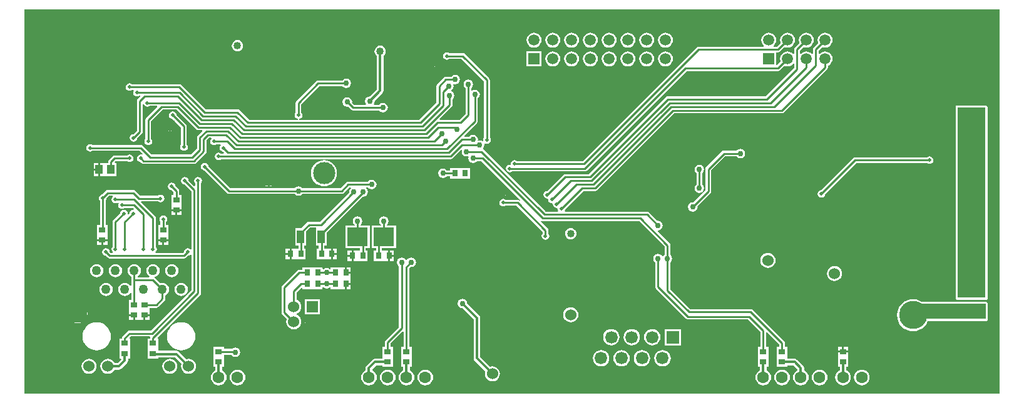
<source format=gbl>
%FSLAX43Y43*%
%MOMM*%
%SFA1B1*%

%IPPOS*%
%ADD14R,0.799998X0.899998*%
%ADD17R,0.899998X0.799998*%
%ADD27C,0.380999*%
%ADD28C,0.253999*%
%ADD43R,1.396997X1.269997*%
%ADD65R,1.269997X1.269997*%
%ADD69R,1.650997X1.523997*%
%ADD71R,3.428993X3.047994*%
%ADD72R,2.793994X2.793994*%
%ADD73R,3.809992X25.780948*%
%ADD75C,4.759990*%
%ADD76R,1.689997X1.689997*%
%ADD77C,1.689997*%
%ADD78C,0.761998*%
%ADD79C,0.507999*%
%ADD80C,1.523997*%
%ADD81C,1.015998*%
%ADD82R,1.999996X1.999996*%
%ADD83C,1.999996*%
%ADD84R,1.499997X1.499997*%
%ADD85C,1.499997*%
%ADD86C,1.777996*%
%ADD87C,3.999992*%
%ADD88C,1.269997*%
%ADD89C,2.031996*%
%ADD90C,1.599997*%
%ADD91R,1.523997X1.523997*%
%ADD92C,3.555993*%
%ADD93C,3.809992*%
%ADD94R,1.499997X1.499997*%
%ADD95C,2.999994*%
%ADD96R,2.793994X2.539995*%
%ADD97R,0.999998X1.299997*%
%ADD98R,0.999998X1.799996*%
%ADD99R,1.396997X1.396997*%
%ADD100R,3.047994X2.666995*%
%ADD101R,2.666995X2.793994*%
%ADD102R,0.164000X0.330999*%
%ADD103R,0.210000X0.140000*%
%ADD104R,0.210000X0.330999*%
%ADD105R,0.373999X0.724999*%
%ADD106R,1.015998X1.523997*%
%ADD107R,1.269997X1.396997*%
%ADD108R,4.952990X5.079990*%
%ADD109R,5.460989X5.714989*%
%ADD110R,2.158996X0.888998*%
%ADD111R,3.039994X2.505995*%
%ADD112R,2.920994X3.174994*%
%ADD113R,4.825990X4.698991*%
%ADD114R,5.079990X5.079990*%
%ADD115R,2.412995X2.222996*%
%ADD116R,2.602995X2.674995*%
%ADD117R,2.539995X3.047994*%
%ADD118R,6.349987X6.222988*%
%ADD119R,2.666995X2.666995*%
%ADD120R,5.714989X6.349987*%
%ADD121R,5.206990X3.428993*%
%ADD122R,13.842972X6.857986*%
%ADD123R,4.952990X4.952990*%
%ADD124R,1.396997X1.650997*%
%ADD125R,1.904996X1.650997*%
%ADD126R,3.936992X3.682993*%
%ADD127R,9.524981X2.158996*%
%LNlp_led_cube_8x8x8-1*%
%LPD*%
G36*
X177411Y59442D02*
X45472D01*
Y111498*
X177411*
Y59442*
G37*
%LNlp_led_cube_8x8x8-2*%
%LPC*%
G36*
X165670Y72209D02*
X165247Y72167D01*
X164840Y72044*
X164465Y71843*
X164136Y71574*
X163867Y71245*
X163666Y70870*
X163543Y70463*
X163501Y70039*
X163543Y69616*
X163666Y69209*
X163867Y68834*
X164136Y68505*
X164465Y68236*
X164840Y68035*
X165247Y67912*
X165670Y67870*
X166094Y67912*
X166501Y68035*
X166876Y68236*
X167205Y68505*
X167474Y68834*
X167675Y69209*
X175513*
X175612Y69229*
X175696Y69285*
X175752Y69369*
X175772Y69468*
Y71627*
X175752Y71726*
X175696Y71810*
X175612Y71866*
X175513Y71886*
X166796*
X166501Y72044*
X166094Y72167*
X165670Y72209*
G37*
G36*
X84327Y69023D02*
X83446D01*
X83464Y68885*
X83567Y68638*
X83729Y68426*
X83942Y68263*
X84189Y68161*
X84327Y68142*
Y69023*
G37*
G36*
X85462D02*
X84581D01*
Y68142*
X84719Y68161*
X84966Y68263*
X85179Y68426*
X85341Y68638*
X85444Y68885*
X85462Y69023*
G37*
G36*
X170242Y69021D02*
Y66992D01*
X172272*
X172243Y67288*
X172120Y67695*
X171919Y68070*
X171650Y68399*
X171321Y68668*
X170946Y68869*
X170539Y68992*
X170242Y69021*
G37*
G36*
X121967Y68145D02*
X121807Y68124D01*
X121540Y68013*
X121310Y67837*
X121134Y67607*
X121023Y67340*
X121002Y67180*
X121967*
Y68145*
G37*
G36*
X122221D02*
Y67180D01*
X123186*
X123165Y67340*
X123054Y67607*
X122878Y67837*
X122648Y68013*
X122381Y68124*
X122221Y68145*
G37*
G36*
X85470Y72199D02*
X83438D01*
Y70167*
X83926*
X83951Y70042*
X83942Y70038*
X83729Y69875*
X83567Y69663*
X83464Y69416*
X83446Y69278*
X85462*
X85444Y69416*
X85341Y69663*
X85179Y69875*
X84966Y70038*
X84957Y70042*
X84982Y70167*
X85470*
Y72199*
G37*
G36*
X60197Y69911D02*
X59620D01*
Y69384*
X60197*
Y69911*
G37*
G36*
X62425D02*
X61848D01*
Y69384*
X62425*
Y69911*
G37*
G36*
X52704Y71511D02*
X52372Y71467D01*
X52064Y71339*
X51798Y71136*
X51595Y70870*
X51467Y70562*
X51423Y70230*
X51467Y69898*
X51595Y69590*
X51798Y69324*
X52064Y69121*
X52372Y68993*
X52704Y68949*
X53036Y68993*
X53344Y69121*
X53610Y69324*
X53813Y69590*
X53941Y69898*
X53985Y70230*
X53941Y70562*
X53813Y70870*
X53610Y71136*
X53344Y71339*
X53036Y71467*
X52704Y71511*
G37*
G36*
X69214D02*
X68882Y71467D01*
X68574Y71339*
X68308Y71136*
X68105Y70870*
X67977Y70562*
X67933Y70230*
X67977Y69898*
X68105Y69590*
X68308Y69324*
X68574Y69121*
X68882Y68993*
X69214Y68949*
X69546Y68993*
X69854Y69121*
X70120Y69324*
X70323Y69590*
X70451Y69898*
X70495Y70230*
X70451Y70562*
X70323Y70870*
X70120Y71136*
X69854Y71339*
X69546Y71467*
X69214Y71511*
G37*
G36*
X119379Y71128D02*
X119114Y71093D01*
X118867Y70990*
X118654Y70828*
X118492Y70615*
X118389Y70368*
X118354Y70103*
X118389Y69838*
X118492Y69591*
X118654Y69378*
X118867Y69216*
X119114Y69113*
X119379Y69078*
X119644Y69113*
X119891Y69216*
X120104Y69378*
X120266Y69591*
X120369Y69838*
X120404Y70103*
X120369Y70368*
X120266Y70615*
X120104Y70828*
X119891Y70990*
X119644Y71093*
X119379Y71128*
G37*
G36*
X130404Y68161D02*
X130117Y68124D01*
X129850Y68013*
X129620Y67837*
X129444Y67607*
X129333Y67340*
X129296Y67053*
X129333Y66766*
X129444Y66499*
X129620Y66269*
X129850Y66093*
X130117Y65982*
X130404Y65945*
X130691Y65982*
X130958Y66093*
X131188Y66269*
X131364Y66499*
X131475Y66766*
X131512Y67053*
X131475Y67340*
X131364Y67607*
X131188Y67837*
X130958Y68013*
X130691Y68124*
X130404Y68161*
G37*
G36*
X134273Y68152D02*
X132075D01*
Y65954*
X134273*
Y68152*
G37*
G36*
X121967Y66926D02*
X121002D01*
X121023Y66766*
X121134Y66499*
X121310Y66269*
X121540Y66093*
X121807Y65982*
X121967Y65961*
Y66926*
G37*
G36*
X140256Y68265D02*
Y65760D01*
X142761*
X142739Y66046*
X142642Y66449*
X142483Y66833*
X142267Y67186*
X141997Y67501*
X141682Y67771*
X141329Y67987*
X140945Y68146*
X140542Y68243*
X140256Y68265*
G37*
G36*
X124864Y68161D02*
X124577Y68124D01*
X124310Y68013*
X124080Y67837*
X123904Y67607*
X123793Y67340*
X123756Y67053*
X123793Y66766*
X123904Y66499*
X124080Y66269*
X124310Y66093*
X124577Y65982*
X124864Y65945*
X125151Y65982*
X125418Y66093*
X125648Y66269*
X125824Y66499*
X125935Y66766*
X125972Y67053*
X125935Y67340*
X125824Y67607*
X125648Y67837*
X125418Y68013*
X125151Y68124*
X124864Y68161*
G37*
G36*
X127634D02*
X127347Y68124D01*
X127080Y68013*
X126850Y67837*
X126674Y67607*
X126563Y67340*
X126526Y67053*
X126563Y66766*
X126674Y66499*
X126850Y66269*
X127080Y66093*
X127347Y65982*
X127634Y65945*
X127921Y65982*
X128188Y66093*
X128418Y66269*
X128594Y66499*
X128705Y66766*
X128742Y67053*
X128705Y67340*
X128594Y67607*
X128418Y67837*
X128188Y68013*
X127921Y68124*
X127634Y68161*
G37*
G36*
X89407Y68513D02*
X89136Y68486D01*
X88753Y68370*
X88400Y68181*
X88090Y67927*
X87836Y67618*
X87648Y67265*
X87531Y66882*
X87505Y66611*
X89407*
Y68513*
G37*
G36*
X89661D02*
Y66611D01*
X91563*
X91537Y66882*
X91420Y67265*
X91232Y67618*
X90978Y67927*
X90668Y68181*
X90315Y68370*
X89932Y68486*
X89661Y68513*
G37*
G36*
X169989Y69021D02*
X169692Y68992D01*
X169285Y68869*
X168910Y68668*
X168581Y68399*
X168312Y68070*
X168111Y67695*
X167988Y67288*
X167959Y66992*
X169989*
Y69021*
G37*
G36*
X123186Y66926D02*
X122221D01*
Y65961*
X122381Y65982*
X122648Y66093*
X122878Y66269*
X123054Y66499*
X123165Y66766*
X123186Y66926*
G37*
G36*
X76707Y68513D02*
X76436Y68486D01*
X76053Y68370*
X75700Y68181*
X75390Y67927*
X75136Y67618*
X74948Y67265*
X74831Y66882*
X74805Y66611*
X76707*
Y68513*
G37*
G36*
X76961D02*
Y66611D01*
X78863*
X78837Y66882*
X78720Y67265*
X78532Y67618*
X78278Y67927*
X77968Y68181*
X77615Y68370*
X77232Y68486*
X76961Y68513*
G37*
G36*
X154939Y72770D02*
X154058D01*
X154076Y72632*
X154179Y72385*
X154341Y72172*
X154554Y72010*
X154801Y71907*
X154939Y71889*
Y72770*
G37*
G36*
X143128Y77342D02*
X142247D01*
X142265Y77204*
X142368Y76957*
X142530Y76744*
X142743Y76582*
X142990Y76479*
X143128Y76461*
Y77342*
G37*
G36*
X144263D02*
X143382D01*
Y76461*
X143520Y76479*
X143767Y76582*
X143980Y76744*
X144142Y76957*
X144245Y77204*
X144263Y77342*
G37*
G36*
X89723Y77977D02*
X89196D01*
Y77400*
X89723*
Y77977*
G37*
G36*
X62864Y76969D02*
X62632Y76938D01*
X62416Y76849*
X62230Y76706*
X62087Y76520*
X61998Y76304*
X61967Y76072*
X61998Y75840*
X62087Y75624*
X62230Y75438*
X62396Y75311*
X62355Y75190*
X60833*
X60792Y75311*
X60958Y75438*
X61101Y75624*
X61190Y75840*
X61221Y76072*
X61190Y76304*
X61101Y76520*
X60958Y76706*
X60772Y76849*
X60556Y76938*
X60324Y76969*
X60092Y76938*
X59876Y76849*
X59690Y76706*
X59547Y76520*
X59458Y76304*
X59427Y76072*
X59458Y75840*
X59547Y75624*
X59690Y75438*
X59876Y75295*
X59936Y75271*
Y74041*
X59815Y74000*
X59688Y74166*
X59502Y74309*
X59286Y74398*
X59054Y74429*
X58822Y74398*
X58606Y74309*
X58420Y74166*
X58277Y73980*
X58188Y73764*
X58157Y73532*
X58188Y73300*
X58277Y73084*
X58420Y72898*
X58606Y72755*
X58822Y72666*
X59054Y72635*
X59286Y72666*
X59502Y72755*
X59688Y72898*
X59815Y73064*
X59936Y73023*
Y72092*
X59620*
Y70784*
Y70692*
Y70165*
X60324*
Y70038*
X60451*
Y69384*
X61594*
Y70038*
X61721*
Y70165*
X62425*
Y70692*
Y70784*
Y71050*
X63310*
X63459Y71079*
X63585Y71163*
X64409Y71987*
X64493Y72113*
X64522Y72262*
Y72731*
X64582Y72755*
X64768Y72898*
X64911Y73084*
X65000Y73300*
X65031Y73532*
X65000Y73764*
X64911Y73980*
X64768Y74166*
X64582Y74309*
X64366Y74398*
X64134Y74429*
X63902Y74398*
X63842Y74373*
X63139Y75077*
X63115Y75092*
X63127Y75219*
X63312Y75295*
X63498Y75438*
X63641Y75624*
X63730Y75840*
X63761Y76072*
X63730Y76304*
X63641Y76520*
X63498Y76706*
X63312Y76849*
X63096Y76938*
X62864Y76969*
G37*
G36*
X89618Y76522D02*
X89091D01*
Y75945*
X89618*
Y76522*
G37*
G36*
X146049Y78494D02*
X145784Y78459D01*
X145537Y78356*
X145324Y78194*
X145162Y77981*
X145059Y77734*
X145024Y77469*
X145059Y77204*
X145162Y76957*
X145324Y76744*
X145537Y76582*
X145784Y76479*
X146049Y76444*
X146314Y76479*
X146561Y76582*
X146774Y76744*
X146936Y76957*
X147039Y77204*
X147074Y77469*
X147039Y77734*
X146936Y77981*
X146774Y78194*
X146561Y78356*
X146314Y78459*
X146049Y78494*
G37*
G36*
X143128Y78477D02*
X142990Y78459D01*
X142743Y78356*
X142530Y78194*
X142368Y77981*
X142265Y77734*
X142247Y77596*
X143128*
Y78477*
G37*
G36*
X143382D02*
Y77596D01*
X144263*
X144245Y77734*
X144142Y77981*
X143980Y78194*
X143767Y78356*
X143520Y78459*
X143382Y78477*
G37*
G36*
X81341Y78231D02*
X80814D01*
Y77654*
X81341*
Y78231*
G37*
G36*
X94106Y83450D02*
X93858Y83401D01*
X93648Y83261*
X93508Y83051*
X93459Y82803*
X93508Y82555*
X93648Y82345*
X93718Y82299*
Y82168*
X92455*
Y79120*
X93018*
Y78808*
X92752*
Y77400*
X94060*
X94152*
X94679*
Y78104*
Y78808*
X94152*
X94060*
X93794*
Y79120*
X95757*
Y82168*
X94494*
Y82299*
X94564Y82345*
X94704Y82555*
X94753Y82803*
X94704Y83051*
X94564Y83261*
X94354Y83401*
X94106Y83450*
G37*
G36*
X95460Y77977D02*
X94933D01*
Y77400*
X95460*
Y77977*
G37*
G36*
X97789Y77862D02*
X97541Y77813D01*
X97331Y77673*
X97217Y77503*
X97090*
X96977Y77673*
X96767Y77813*
X96519Y77862*
X96271Y77813*
X96061Y77673*
X95921Y77463*
X95872Y77215*
X95921Y76967*
X96061Y76757*
X96131Y76711*
Y68424*
X94339Y66633*
X94255Y66507*
X94226Y66358*
Y65742*
X93910*
Y64434*
Y64342*
Y64141*
X92898*
X92725Y64107*
X92578Y64008*
X91754Y63184*
X91655Y63037*
X91621Y62864*
Y62547*
X91542Y62515*
X91322Y62346*
X91153Y62126*
X91047Y61869*
X91011Y61594*
X91047Y61319*
X91153Y61062*
X91322Y60842*
X91542Y60673*
X91799Y60567*
X92074Y60531*
X92349Y60567*
X92606Y60673*
X92826Y60842*
X92995Y61062*
X93101Y61319*
X93137Y61594*
X93101Y61869*
X92995Y62126*
X92826Y62346*
X92606Y62515*
X92527Y62547*
Y62676*
X93086Y63235*
X93910*
Y63034*
X95318*
Y64342*
Y64434*
Y65742*
X95002*
Y66197*
X96648Y67843*
X96766Y67794*
Y65742*
X96450*
Y64434*
Y64342*
Y63034*
X96701*
Y62547*
X96622Y62515*
X96402Y62346*
X96233Y62126*
X96127Y61869*
X96091Y61594*
X96127Y61319*
X96233Y61062*
X96402Y60842*
X96622Y60673*
X96879Y60567*
X97154Y60531*
X97429Y60567*
X97686Y60673*
X97906Y60842*
X98075Y61062*
X98181Y61319*
X98217Y61594*
X98181Y61869*
X98075Y62126*
X97906Y62346*
X97686Y62515*
X97607Y62547*
Y63034*
X97858*
Y64342*
Y64434*
Y65742*
X97542*
Y76419*
X97707Y76584*
X97789Y76568*
X98037Y76617*
X98247Y76757*
X98387Y76967*
X98436Y77215*
X98387Y77463*
X98247Y77673*
X98037Y77813*
X97789Y77862*
G37*
G36*
X66674Y74429D02*
X66442Y74398D01*
X66226Y74309*
X66040Y74166*
X65897Y73980*
X65808Y73764*
X65777Y73532*
X65808Y73300*
X65897Y73084*
X66040Y72898*
X66226Y72755*
X66442Y72666*
X66674Y72635*
X66906Y72666*
X67122Y72755*
X67308Y72898*
X67451Y73084*
X67540Y73300*
X67571Y73532*
X67540Y73764*
X67451Y73980*
X67308Y74166*
X67122Y74309*
X66906Y74398*
X66674Y74429*
G37*
G36*
X154939Y73905D02*
X154801Y73887D01*
X154554Y73784*
X154341Y73622*
X154179Y73409*
X154076Y73162*
X154058Y73024*
X154939*
Y73905*
G37*
G36*
X155193D02*
Y73024D01*
X156074*
X156056Y73162*
X155953Y73409*
X155791Y73622*
X155578Y73784*
X155331Y73887*
X155193Y73905*
G37*
G36*
X156074Y72770D02*
X155193D01*
Y71889*
X155331Y71907*
X155578Y72010*
X155791Y72172*
X155953Y72385*
X156056Y72632*
X156074Y72770*
G37*
G36*
X175513Y98429D02*
X171703D01*
X171604Y98409*
X171602Y98408*
X171465*
Y98271*
X171464Y98269*
X171444Y98170*
Y72389*
X171464Y72290*
X171520Y72206*
X171604Y72150*
X171703Y72130*
X175513*
X175612Y72150*
X175696Y72206*
X175752Y72290*
X175772Y72389*
Y98170*
X175752Y98269*
X175696Y98353*
X175612Y98409*
X175513Y98429*
G37*
G36*
X56514Y74429D02*
X56282Y74398D01*
X56066Y74309*
X55880Y74166*
X55737Y73980*
X55648Y73764*
X55617Y73532*
X55648Y73300*
X55737Y73084*
X55880Y72898*
X56066Y72755*
X56282Y72666*
X56514Y72635*
X56746Y72666*
X56962Y72755*
X57148Y72898*
X57291Y73084*
X57380Y73300*
X57411Y73532*
X57380Y73764*
X57291Y73980*
X57148Y74166*
X56962Y74309*
X56746Y74398*
X56514Y74429*
G37*
G36*
X55244Y76969D02*
X55012Y76938D01*
X54796Y76849*
X54610Y76706*
X54467Y76520*
X54378Y76304*
X54347Y76072*
X54378Y75840*
X54467Y75624*
X54610Y75438*
X54796Y75295*
X55012Y75206*
X55244Y75175*
X55476Y75206*
X55692Y75295*
X55878Y75438*
X56021Y75624*
X56110Y75840*
X56141Y76072*
X56110Y76304*
X56021Y76520*
X55878Y76706*
X55692Y76849*
X55476Y76938*
X55244Y76969*
G37*
G36*
X57784D02*
X57552Y76938D01*
X57336Y76849*
X57150Y76706*
X57007Y76520*
X56918Y76304*
X56887Y76072*
X56918Y75840*
X57007Y75624*
X57150Y75438*
X57336Y75295*
X57552Y75206*
X57784Y75175*
X58016Y75206*
X58232Y75295*
X58418Y75438*
X58561Y75624*
X58650Y75840*
X58681Y76072*
X58650Y76304*
X58561Y76520*
X58418Y76706*
X58232Y76849*
X58016Y76938*
X57784Y76969*
G37*
G36*
X65404D02*
X65172Y76938D01*
X64956Y76849*
X64770Y76706*
X64627Y76520*
X64538Y76304*
X64507Y76072*
X64538Y75840*
X64627Y75624*
X64770Y75438*
X64956Y75295*
X65172Y75206*
X65404Y75175*
X65636Y75206*
X65852Y75295*
X66038Y75438*
X66181Y75624*
X66270Y75840*
X66301Y76072*
X66270Y76304*
X66181Y76520*
X66038Y76706*
X65852Y76849*
X65636Y76938*
X65404Y76969*
G37*
G36*
X89618Y74167D02*
X89091D01*
Y73590*
X89618*
Y74167*
G37*
G36*
X155066Y76716D02*
X154801Y76681D01*
X154554Y76578*
X154341Y76416*
X154179Y76203*
X154076Y75956*
X154041Y75691*
X154076Y75426*
X154179Y75179*
X154341Y74966*
X154554Y74804*
X154801Y74701*
X155066Y74666*
X155331Y74701*
X155578Y74804*
X155791Y74966*
X155953Y75179*
X156056Y75426*
X156091Y75691*
X156056Y75956*
X155953Y76203*
X155791Y76416*
X155578Y76578*
X155331Y76681*
X155066Y76716*
G37*
G36*
X84500Y76522D02*
X84429D01*
X84408*
X83100*
Y76206*
X82676*
X82527Y76177*
X82401Y76093*
X80369Y74061*
X80285Y73935*
X80256Y73786*
Y70421*
X80285Y70272*
X80369Y70146*
X80975Y69540*
X80924Y69416*
X80889Y69150*
X80924Y68885*
X81027Y68638*
X81189Y68426*
X81402Y68263*
X81649Y68161*
X81914Y68126*
X82179Y68161*
X82426Y68263*
X82639Y68426*
X82801Y68638*
X82904Y68885*
X82939Y69150*
X82904Y69416*
X82801Y69663*
X82639Y69875*
X82426Y70038*
X82269Y70103*
Y70230*
X82426Y70295*
X82639Y70458*
X82801Y70670*
X82904Y70917*
X82939Y71183*
X82904Y71448*
X82801Y71695*
X82639Y71907*
X82426Y72070*
X82302Y72121*
Y73117*
X82983Y73797*
X83100Y73749*
Y73590*
X84408*
X84500*
X85808*
Y73764*
X85920Y73824*
X86111Y73696*
X86359Y73647*
X86607Y73696*
X86798Y73824*
X86910Y73764*
Y73590*
X88218*
X88310*
X88837*
Y74294*
X88964*
Y74421*
X89618*
Y74998*
Y75114*
Y75691*
X88964*
Y75818*
X88837*
Y76522*
X88310*
X88218*
X86910*
Y76348*
X86798Y76288*
X86607Y76416*
X86359Y76465*
X86111Y76416*
X85920Y76288*
X85808Y76348*
Y76522*
X84500*
G37*
G36*
X140002Y68265D02*
X139716Y68243D01*
X139313Y68146*
X138929Y67987*
X138576Y67771*
X138261Y67501*
X137991Y67186*
X137775Y66833*
X137616Y66449*
X137519Y66046*
X137497Y65760*
X140002*
Y68265*
G37*
G36*
X54228Y64143D02*
X53963Y64108D01*
X53716Y64005*
X53503Y63843*
X53341Y63630*
X53238Y63383*
X53203Y63118*
X53238Y62853*
X53341Y62606*
X53503Y62393*
X53716Y62231*
X53963Y62128*
X54228Y62093*
X54493Y62128*
X54740Y62231*
X54953Y62393*
X55115Y62606*
X55218Y62853*
X55253Y63118*
X55218Y63383*
X55115Y63630*
X54953Y63843*
X54740Y64005*
X54493Y64108*
X54228Y64143*
G37*
G36*
X65150D02*
X64885Y64108D01*
X64638Y64005*
X64425Y63843*
X64263Y63630*
X64160Y63383*
X64125Y63118*
X64160Y62853*
X64263Y62606*
X64425Y62393*
X64638Y62231*
X64885Y62128*
X65150Y62093*
X65415Y62128*
X65662Y62231*
X65875Y62393*
X66037Y62606*
X66140Y62853*
X66175Y63118*
X66140Y63383*
X66037Y63630*
X65875Y63843*
X65662Y64005*
X65415Y64108*
X65150Y64143*
G37*
G36*
X104075Y63110D02*
X103937Y63092D01*
X103690Y62989*
X103478Y62827*
X103315Y62614*
X103213Y62367*
X103194Y62229*
X104075*
Y63110*
G37*
G36*
X105211Y61975D02*
X104329D01*
Y61094*
X104468Y61112*
X104715Y61215*
X104927Y61377*
X105090Y61590*
X105192Y61837*
X105211Y61975*
G37*
G36*
X165543Y63689D02*
X163514D01*
X163543Y63393*
X163666Y62986*
X163867Y62611*
X164136Y62282*
X164465Y62013*
X164840Y61812*
X165247Y61689*
X165543Y61660*
Y63689*
G37*
G36*
X167827D02*
X165797D01*
Y61660*
X166094Y61689*
X166501Y61812*
X166876Y62013*
X167205Y62282*
X167474Y62611*
X167675Y62986*
X167798Y63393*
X167827Y63689*
G37*
G36*
X173862Y65116D02*
X173547Y65085D01*
X173122Y64956*
X172731Y64747*
X172387Y64466*
X172106Y64122*
X171897Y63731*
X171768Y63306*
X171737Y62991*
X173862*
Y65116*
G37*
G36*
X174116D02*
Y62991D01*
X176241*
X176210Y63306*
X176082Y63731*
X175872Y64122*
X175591Y64466*
X175247Y64747*
X174856Y64956*
X174431Y65085*
X174116Y65116*
G37*
G36*
X115012Y65506D02*
X112507D01*
X112529Y65220*
X112626Y64817*
X112785Y64433*
X113001Y64080*
X113271Y63765*
X113586Y63495*
X113939Y63279*
X114323Y63120*
X114726Y63023*
X115012Y63001*
Y65506*
G37*
G36*
X104329Y63110D02*
Y62229D01*
X105211*
X105192Y62367*
X105090Y62614*
X104927Y62827*
X104715Y62989*
X104468Y63092*
X104329Y63110*
G37*
G36*
X48767Y65116D02*
X48452Y65085D01*
X48027Y64956*
X47636Y64747*
X47292Y64466*
X47011Y64122*
X46802Y63731*
X46673Y63306*
X46642Y62991*
X48767*
Y65116*
G37*
G36*
X49021D02*
Y62991D01*
X51146*
X51115Y63306*
X50986Y63731*
X50777Y64122*
X50496Y64466*
X50152Y64747*
X49761Y64956*
X49336Y65085*
X49021Y65116*
G37*
G36*
X147954Y62657D02*
X147679Y62621D01*
X147422Y62515*
X147202Y62346*
X147033Y62126*
X146927Y61869*
X146891Y61594*
X146927Y61319*
X147033Y61062*
X147202Y60842*
X147422Y60673*
X147679Y60567*
X147954Y60531*
X148229Y60567*
X148486Y60673*
X148706Y60842*
X148875Y61062*
X148981Y61319*
X149017Y61594*
X148981Y61869*
X148875Y62126*
X148706Y62346*
X148486Y62515*
X148229Y62621*
X147954Y62657*
G37*
G36*
X153034D02*
X152759Y62621D01*
X152502Y62515*
X152282Y62346*
X152113Y62126*
X152007Y61869*
X151971Y61594*
X152007Y61319*
X152113Y61062*
X152282Y60842*
X152502Y60673*
X152759Y60567*
X153034Y60531*
X153309Y60567*
X153566Y60673*
X153786Y60842*
X153955Y61062*
X154061Y61319*
X154097Y61594*
X154061Y61869*
X153955Y62126*
X153786Y62346*
X153566Y62515*
X153309Y62621*
X153034Y62657*
G37*
G36*
X158749D02*
X158474Y62621D01*
X158217Y62515*
X157997Y62346*
X157828Y62126*
X157722Y61869*
X157686Y61594*
X157722Y61319*
X157828Y61062*
X157997Y60842*
X158217Y60673*
X158474Y60567*
X158749Y60531*
X159024Y60567*
X159281Y60673*
X159501Y60842*
X159670Y61062*
X159776Y61319*
X159812Y61594*
X159776Y61869*
X159670Y62126*
X159501Y62346*
X159281Y62515*
X159024Y62621*
X158749Y62657*
G37*
G36*
X74294D02*
X74019Y62621D01*
X73762Y62515*
X73542Y62346*
X73373Y62126*
X73267Y61869*
X73231Y61594*
X73267Y61319*
X73373Y61062*
X73542Y60842*
X73762Y60673*
X74019Y60567*
X74294Y60531*
X74569Y60567*
X74826Y60673*
X75046Y60842*
X75215Y61062*
X75321Y61319*
X75357Y61594*
X75321Y61869*
X75215Y62126*
X75046Y62346*
X74826Y62515*
X74569Y62621*
X74294Y62657*
G37*
G36*
X94614D02*
X94339Y62621D01*
X94082Y62515*
X93862Y62346*
X93693Y62126*
X93587Y61869*
X93551Y61594*
X93587Y61319*
X93693Y61062*
X93862Y60842*
X94082Y60673*
X94339Y60567*
X94614Y60531*
X94889Y60567*
X95146Y60673*
X95366Y60842*
X95535Y61062*
X95641Y61319*
X95677Y61594*
X95641Y61869*
X95535Y62126*
X95366Y62346*
X95146Y62515*
X94889Y62621*
X94614Y62657*
G37*
G36*
X99694D02*
X99419Y62621D01*
X99162Y62515*
X98942Y62346*
X98773Y62126*
X98667Y61869*
X98631Y61594*
X98667Y61319*
X98773Y61062*
X98942Y60842*
X99162Y60673*
X99419Y60567*
X99694Y60531*
X99969Y60567*
X100226Y60673*
X100446Y60842*
X100615Y61062*
X100721Y61319*
X100757Y61594*
X100721Y61869*
X100615Y62126*
X100446Y62346*
X100226Y62515*
X99969Y62621*
X99694Y62657*
G37*
G36*
X176241Y62737D02*
X174116D01*
Y60612*
X174431Y60643*
X174856Y60771*
X175247Y60981*
X175591Y61262*
X175872Y61606*
X176082Y61997*
X176210Y62422*
X176241Y62737*
G37*
G36*
X104727Y72274D02*
X104479Y72225D01*
X104269Y72085*
X104128Y71875*
X104079Y71627*
X104128Y71379*
X104269Y71169*
X104479Y71029*
X104727Y70980*
X104732Y70981*
X106226Y69487*
Y64198*
X106260Y64024*
X106359Y63877*
X107809Y62426*
X107785Y62367*
X107750Y62102*
X107785Y61837*
X107887Y61590*
X108050Y61377*
X108262Y61215*
X108509Y61112*
X108774Y61077*
X109040Y61112*
X109287Y61215*
X109499Y61377*
X109662Y61590*
X109764Y61837*
X109799Y62102*
X109764Y62367*
X109662Y62614*
X109499Y62827*
X109287Y62989*
X109040Y63092*
X108774Y63127*
X108509Y63092*
X108450Y63067*
X107132Y64385*
Y69675*
X107098Y69848*
X106999Y69995*
X105373Y71622*
X105374Y71627*
X105325Y71875*
X105184Y72085*
X104974Y72225*
X104727Y72274*
G37*
G36*
X104075Y61975D02*
X103194D01*
X103213Y61837*
X103315Y61590*
X103478Y61377*
X103690Y61215*
X103937Y61112*
X104075Y61094*
Y61975*
G37*
G36*
X48767Y62737D02*
X46642D01*
X46673Y62422*
X46802Y61997*
X47011Y61606*
X47292Y61262*
X47636Y60981*
X48027Y60771*
X48452Y60643*
X48767Y60612*
Y62737*
G37*
G36*
X51146D02*
X49021D01*
Y60612*
X49336Y60643*
X49761Y60771*
X50152Y60981*
X50496Y61262*
X50777Y61606*
X50986Y61997*
X51115Y62422*
X51146Y62737*
G37*
G36*
X173862D02*
X171737D01*
X171768Y62422*
X171897Y61997*
X172106Y61606*
X172387Y61262*
X172731Y60981*
X173122Y60771*
X173547Y60643*
X173862Y60612*
Y62737*
G37*
G36*
X117771Y65506D02*
X115266D01*
Y63001*
X115552Y63023*
X115955Y63120*
X116339Y63279*
X116692Y63495*
X117007Y63765*
X117277Y64080*
X117493Y64433*
X117652Y64817*
X117749Y65220*
X117771Y65506*
G37*
G36*
X91563Y66356D02*
X89661D01*
Y64454*
X89932Y64481*
X90315Y64597*
X90668Y64786*
X90978Y65040*
X91232Y65349*
X91420Y65702*
X91537Y66085*
X91563Y66356*
G37*
G36*
X169989Y66738D02*
X167959D01*
X167988Y66441*
X168111Y66034*
X168312Y65659*
X168581Y65330*
X168910Y65061*
X169285Y64860*
X169692Y64737*
X169989Y64708*
Y66738*
G37*
G36*
X172272D02*
X170242D01*
Y64708*
X170539Y64737*
X170946Y64860*
X171321Y65061*
X171650Y65330*
X171919Y65659*
X172120Y66034*
X172243Y66441*
X172272Y66738*
G37*
G36*
X76707Y66356D02*
X74805D01*
X74831Y66085*
X74948Y65702*
X75136Y65349*
X75390Y65040*
X75700Y64786*
X76053Y64597*
X76436Y64481*
X76707Y64454*
Y66356*
G37*
G36*
X78863D02*
X76961D01*
Y64454*
X77232Y64481*
X77615Y64597*
X77968Y64786*
X78278Y65040*
X78532Y65349*
X78720Y65702*
X78837Y66085*
X78863Y66356*
G37*
G36*
X89407D02*
X87505D01*
X87531Y66085*
X87648Y65702*
X87836Y65349*
X88090Y65040*
X88400Y64786*
X88753Y64597*
X89136Y64481*
X89407Y64454*
Y66356*
G37*
G36*
X66674Y69096D02*
X66301Y69059D01*
X65941Y68951*
X65611Y68774*
X65320Y68536*
X65082Y68245*
X64905Y67915*
X64797Y67555*
X64760Y67182*
X64797Y66809*
X64905Y66449*
X65082Y66119*
X65320Y65828*
X65611Y65590*
X65941Y65413*
X66301Y65305*
X66674Y65268*
X67047Y65305*
X67407Y65413*
X67737Y65590*
X68028Y65828*
X68266Y66119*
X68443Y66449*
X68551Y66809*
X68588Y67182*
X68551Y67555*
X68443Y67915*
X68266Y68245*
X68028Y68536*
X67737Y68774*
X67407Y68951*
X67047Y69059*
X66674Y69096*
G37*
G36*
X115012Y68265D02*
X114726Y68243D01*
X114323Y68146*
X113939Y67987*
X113586Y67771*
X113271Y67501*
X113001Y67186*
X112785Y66833*
X112626Y66449*
X112529Y66046*
X112507Y65760*
X115012*
Y68265*
G37*
G36*
X115266D02*
Y65760D01*
X117771*
X117749Y66046*
X117652Y66449*
X117493Y66833*
X117277Y67186*
X117007Y67501*
X116692Y67771*
X116339Y67987*
X115955Y68146*
X115552Y68243*
X115266Y68265*
G37*
G36*
X156082Y65742D02*
X155505D01*
Y65215*
X156082*
Y65742*
G37*
G36*
X156913D02*
X156336D01*
Y65215*
X156913*
Y65742*
G37*
G36*
X55244Y69096D02*
X54871Y69059D01*
X54511Y68951*
X54181Y68774*
X53890Y68536*
X53652Y68245*
X53475Y67915*
X53367Y67555*
X53330Y67182*
X53367Y66809*
X53475Y66449*
X53652Y66119*
X53890Y65828*
X54181Y65590*
X54511Y65413*
X54871Y65305*
X55244Y65268*
X55617Y65305*
X55977Y65413*
X56307Y65590*
X56598Y65828*
X56836Y66119*
X57013Y66449*
X57121Y66809*
X57158Y67182*
X57121Y67555*
X57013Y67915*
X56836Y68245*
X56598Y68536*
X56307Y68774*
X55977Y68951*
X55617Y69059*
X55244Y69096*
G37*
G36*
X126249Y65321D02*
X125962Y65284D01*
X125695Y65173*
X125465Y64997*
X125289Y64767*
X125178Y64500*
X125141Y64213*
X125178Y63926*
X125289Y63659*
X125465Y63429*
X125695Y63253*
X125962Y63142*
X126249Y63105*
X126536Y63142*
X126803Y63253*
X127033Y63429*
X127209Y63659*
X127320Y63926*
X127357Y64213*
X127320Y64500*
X127209Y64767*
X127033Y64997*
X126803Y65173*
X126536Y65284*
X126249Y65321*
G37*
G36*
X129019D02*
X128732Y65284D01*
X128465Y65173*
X128235Y64997*
X128059Y64767*
X127948Y64500*
X127911Y64213*
X127948Y63926*
X128059Y63659*
X128235Y63429*
X128465Y63253*
X128732Y63142*
X129019Y63105*
X129306Y63142*
X129573Y63253*
X129803Y63429*
X129979Y63659*
X130090Y63926*
X130127Y64213*
X130090Y64500*
X129979Y64767*
X129803Y64997*
X129573Y65173*
X129306Y65284*
X129019Y65321*
G37*
G36*
X131789D02*
X131502Y65284D01*
X131235Y65173*
X131005Y64997*
X130829Y64767*
X130718Y64500*
X130681Y64213*
X130718Y63926*
X130829Y63659*
X131005Y63429*
X131235Y63253*
X131502Y63142*
X131789Y63105*
X132076Y63142*
X132343Y63253*
X132573Y63429*
X132749Y63659*
X132860Y63926*
X132897Y64213*
X132860Y64500*
X132749Y64767*
X132573Y64997*
X132343Y65173*
X132076Y65284*
X131789Y65321*
G37*
G36*
X140002Y65506D02*
X137497D01*
X137519Y65220*
X137616Y64817*
X137775Y64433*
X137991Y64080*
X138261Y63765*
X138576Y63495*
X138929Y63279*
X139313Y63120*
X139716Y63023*
X140002Y63001*
Y65506*
G37*
G36*
X142761D02*
X140256D01*
Y63001*
X140542Y63023*
X140945Y63120*
X141329Y63279*
X141682Y63495*
X141997Y63765*
X142267Y64080*
X142483Y64433*
X142642Y64817*
X142739Y65220*
X142761Y65506*
G37*
G36*
X123479Y65321D02*
X123192Y65284D01*
X122925Y65173*
X122695Y64997*
X122519Y64767*
X122408Y64500*
X122371Y64213*
X122408Y63926*
X122519Y63659*
X122695Y63429*
X122925Y63253*
X123192Y63142*
X123479Y63105*
X123766Y63142*
X124033Y63253*
X124263Y63429*
X124439Y63659*
X124550Y63926*
X124587Y64213*
X124550Y64500*
X124439Y64767*
X124263Y64997*
X124033Y65173*
X123766Y65284*
X123479Y65321*
G37*
G36*
X165797Y65973D02*
Y63943D01*
X167827*
X167798Y64240*
X167675Y64647*
X167474Y65022*
X167205Y65351*
X166876Y65620*
X166501Y65821*
X166094Y65944*
X165797Y65973*
G37*
G36*
X72458Y65742D02*
X71050D01*
Y64434*
Y64342*
Y63034*
X71301*
Y62547*
X71222Y62515*
X71002Y62346*
X70833Y62126*
X70727Y61869*
X70691Y61594*
X70727Y61319*
X70833Y61062*
X71002Y60842*
X71222Y60673*
X71479Y60567*
X71754Y60531*
X72029Y60567*
X72286Y60673*
X72506Y60842*
X72675Y61062*
X72781Y61319*
X72817Y61594*
X72781Y61869*
X72675Y62126*
X72506Y62346*
X72286Y62515*
X72207Y62547*
Y63034*
X72458*
Y64342*
Y64434*
Y64700*
X73492*
X73582Y64565*
X73792Y64425*
X74040Y64376*
X74288Y64425*
X74498Y64565*
X74638Y64775*
X74687Y65023*
X74638Y65271*
X74498Y65481*
X74288Y65621*
X74040Y65670*
X73792Y65621*
X73582Y65481*
X73579Y65476*
X72458*
Y65742*
G37*
G36*
X156913Y64961D02*
X155505D01*
Y64434*
Y64342*
Y63034*
X155756*
Y62547*
X155677Y62515*
X155457Y62346*
X155288Y62126*
X155182Y61869*
X155146Y61594*
X155182Y61319*
X155288Y61062*
X155457Y60842*
X155677Y60673*
X155934Y60567*
X156209Y60531*
X156484Y60567*
X156741Y60673*
X156961Y60842*
X157130Y61062*
X157236Y61319*
X157272Y61594*
X157236Y61869*
X157130Y62126*
X156961Y62346*
X156741Y62515*
X156662Y62547*
Y63034*
X156913*
Y64342*
Y64434*
Y64961*
G37*
G36*
X102933Y65795D02*
X102634Y65756D01*
X102356Y65640*
X102117Y65457*
X101934Y65218*
X101819Y64940*
X101780Y64642*
X101819Y64344*
X101934Y64066*
X102117Y63827*
X102356Y63644*
X102634Y63528*
X102933Y63489*
X103231Y63528*
X103509Y63644*
X103748Y63827*
X103931Y64066*
X104046Y64344*
X104085Y64642*
X104046Y64940*
X103931Y65218*
X103748Y65457*
X103509Y65640*
X103231Y65756*
X102933Y65795*
G37*
G36*
X109918D02*
X109619Y65756D01*
X109341Y65640*
X109102Y65457*
X108919Y65218*
X108804Y64940*
X108765Y64642*
X108804Y64344*
X108919Y64066*
X109102Y63827*
X109341Y63644*
X109619Y63528*
X109918Y63489*
X110216Y63528*
X110494Y63644*
X110733Y63827*
X110916Y64066*
X111031Y64344*
X111070Y64642*
X111031Y64940*
X110916Y65218*
X110733Y65457*
X110494Y65640*
X110216Y65756*
X109918Y65795*
G37*
G36*
X165543Y65973D02*
X165247Y65944D01*
X164840Y65821*
X164465Y65620*
X164136Y65351*
X163867Y65022*
X163666Y64647*
X163543Y64240*
X163514Y63943*
X165543*
Y65973*
G37*
G36*
X87713Y78231D02*
X87186D01*
Y77654*
X87713*
Y78231*
G37*
G36*
X100710Y102996D02*
X100215D01*
X100239Y102875*
X100379Y102665*
X100589Y102525*
X100710Y102501*
Y102996*
G37*
G36*
X101459D02*
X100964D01*
Y102501*
X101085Y102525*
X101295Y102665*
X101435Y102875*
X101459Y102996*
G37*
G36*
X59562Y103110D02*
X59441Y103086D01*
X59231Y102946*
X59091Y102736*
X59067Y102615*
X59562*
Y103110*
G37*
G36*
X60311Y102361D02*
X59816D01*
Y101866*
X59937Y101890*
X60147Y102030*
X60287Y102240*
X60311Y102361*
G37*
G36*
X70865Y102996D02*
X69984D01*
X70002Y102858*
X70105Y102611*
X70267Y102398*
X70480Y102236*
X70727Y102133*
X70865Y102115*
Y102996*
G37*
G36*
X72000D02*
X71119D01*
Y102115*
X71257Y102133*
X71504Y102236*
X71717Y102398*
X71879Y102611*
X71982Y102858*
X72000Y102996*
G37*
G36*
X100710Y103745D02*
X100589Y103721D01*
X100379Y103581*
X100239Y103371*
X100215Y103250*
X100710*
Y103745*
G37*
G36*
X100964D02*
Y103250D01*
X101459*
X101435Y103371*
X101295Y103581*
X101085Y103721*
X100964Y103745*
G37*
G36*
X116941Y105787D02*
X116678Y105752D01*
X116434Y105651*
X116225Y105490*
X116064Y105280*
X115962Y105036*
X115928Y104774*
X115962Y104512*
X116064Y104268*
X116225Y104058*
X116434Y103897*
X116678Y103796*
X116941Y103761*
X117203Y103796*
X117447Y103897*
X117657Y104058*
X117818Y104268*
X117919Y104512*
X117953Y104774*
X117919Y105036*
X117818Y105280*
X117657Y105490*
X117447Y105651*
X117203Y105752*
X116941Y105787*
G37*
G36*
X59816Y103110D02*
Y102615D01*
X60311*
X60287Y102736*
X60147Y102946*
X59937Y103086*
X59816Y103110*
G37*
G36*
X70865Y104131D02*
X70727Y104113D01*
X70480Y104010*
X70267Y103848*
X70105Y103635*
X70002Y103388*
X69984Y103250*
X70865*
Y104131*
G37*
G36*
X71119D02*
Y103250D01*
X72000*
X71982Y103388*
X71879Y103635*
X71717Y103848*
X71504Y104010*
X71257Y104113*
X71119Y104131*
G37*
G36*
X59562Y102361D02*
X59067D01*
X59091Y102240*
X59231Y102030*
X59441Y101890*
X59562Y101866*
Y102361*
G37*
G36*
X109854Y95617D02*
X109733Y95593D01*
X109523Y95453*
X109383Y95243*
X109359Y95122*
X109854*
Y95617*
G37*
G36*
X110108D02*
Y95122D01*
X110603*
X110579Y95243*
X110439Y95453*
X110229Y95593*
X110108Y95617*
G37*
G36*
X65023Y96252D02*
X64902Y96228D01*
X64692Y96088*
X64552Y95878*
X64528Y95757*
X65023*
Y96252*
G37*
G36*
X110603Y94868D02*
X110108D01*
Y94373*
X110229Y94397*
X110439Y94537*
X110579Y94747*
X110603Y94868*
G37*
G36*
X65023Y95503D02*
X64528D01*
X64552Y95382*
X64692Y95172*
X64902Y95032*
X65023Y95008*
Y95503*
G37*
G36*
X65772D02*
X65277D01*
Y95008*
X65398Y95032*
X65608Y95172*
X65748Y95382*
X65772Y95503*
G37*
G36*
X173967Y100837D02*
X172846D01*
Y99716*
X173046Y99742*
X173351Y99869*
X173613Y100070*
X173814Y100332*
X173941Y100637*
X173967Y100837*
G37*
G36*
X172592Y102212D02*
X172392Y102186D01*
X172087Y102059*
X171825Y101858*
X171624Y101596*
X171497Y101291*
X171471Y101091*
X172592*
Y102212*
G37*
G36*
X172846D02*
Y101091D01*
X173967*
X173941Y101291*
X173814Y101596*
X173613Y101858*
X173351Y102059*
X173046Y102186*
X172846Y102212*
G37*
G36*
X65277Y96252D02*
Y95757D01*
X65772*
X65748Y95878*
X65608Y96088*
X65398Y96228*
X65277Y96252*
G37*
G36*
X93598Y106559D02*
X93399Y106532D01*
X93214Y106456*
X93055Y106333*
X92932Y106174*
X92856Y105989*
X92829Y105790*
X92856Y105591*
X92932Y105406*
X93055Y105247*
X93145Y105177*
Y100644*
X92206Y99705*
X92201Y99706*
X91953Y99657*
X91743Y99517*
X91603Y99307*
X91554Y99059*
X91603Y98811*
X91697Y98670*
X91637Y98558*
X90076*
X89784Y98850*
X89800Y98932*
X89751Y99180*
X89611Y99390*
X89401Y99530*
X89153Y99579*
X88905Y99530*
X88695Y99390*
X88555Y99180*
X88506Y98932*
X88555Y98684*
X88695Y98474*
X88905Y98334*
X89153Y98285*
X89235Y98301*
X89640Y97895*
X89766Y97811*
X89915Y97782*
X93475*
X93521Y97712*
X93731Y97572*
X93979Y97523*
X94227Y97572*
X94437Y97712*
X94577Y97922*
X94626Y98170*
X94577Y98418*
X94437Y98628*
X94227Y98768*
X93979Y98817*
X93731Y98768*
X93521Y98628*
X93475Y98558*
X92765*
X92705Y98670*
X92799Y98811*
X92848Y99059*
X92847Y99064*
X93918Y100136*
X94017Y100283*
X94051Y100456*
Y105177*
X94141Y105247*
X94264Y105406*
X94340Y105591*
X94367Y105790*
X94340Y105989*
X94264Y106174*
X94141Y106333*
X93982Y106456*
X93797Y106532*
X93598Y106559*
G37*
G36*
X172592Y100837D02*
X171471D01*
X171497Y100637*
X171624Y100332*
X171825Y100070*
X172087Y99869*
X172392Y99742*
X172592Y99716*
Y100837*
G37*
G36*
X124561Y108327D02*
X124298Y108292D01*
X124054Y108191*
X123845Y108030*
X123684Y107820*
X123582Y107576*
X123548Y107314*
X123582Y107052*
X123684Y106808*
X123845Y106598*
X124054Y106437*
X124298Y106336*
X124561Y106301*
X124823Y106336*
X125067Y106437*
X125277Y106598*
X125438Y106808*
X125539Y107052*
X125573Y107314*
X125539Y107576*
X125438Y107820*
X125277Y108030*
X125067Y108191*
X124823Y108292*
X124561Y108327*
G37*
G36*
X127101D02*
X126839Y108292D01*
X126594Y108191*
X126385Y108030*
X126224Y107820*
X126122Y107576*
X126088Y107314*
X126122Y107052*
X126224Y106808*
X126385Y106598*
X126594Y106437*
X126839Y106336*
X127101Y106301*
X127363Y106336*
X127607Y106437*
X127817Y106598*
X127978Y106808*
X128079Y107052*
X128113Y107314*
X128079Y107576*
X127978Y107820*
X127817Y108030*
X127607Y108191*
X127363Y108292*
X127101Y108327*
G37*
G36*
X129641D02*
X129379Y108292D01*
X129134Y108191*
X128925Y108030*
X128764Y107820*
X128662Y107576*
X128628Y107314*
X128662Y107052*
X128764Y106808*
X128925Y106598*
X129134Y106437*
X129379Y106336*
X129641Y106301*
X129903Y106336*
X130147Y106437*
X130357Y106598*
X130518Y106808*
X130619Y107052*
X130653Y107314*
X130619Y107576*
X130518Y107820*
X130357Y108030*
X130147Y108191*
X129903Y108292*
X129641Y108327*
G37*
G36*
X116941D02*
X116678Y108292D01*
X116434Y108191*
X116225Y108030*
X116064Y107820*
X115962Y107576*
X115928Y107314*
X115962Y107052*
X116064Y106808*
X116225Y106598*
X116434Y106437*
X116678Y106336*
X116941Y106301*
X117203Y106336*
X117447Y106437*
X117657Y106598*
X117818Y106808*
X117919Y107052*
X117953Y107314*
X117919Y107576*
X117818Y107820*
X117657Y108030*
X117447Y108191*
X117203Y108292*
X116941Y108327*
G37*
G36*
X119481D02*
X119218Y108292D01*
X118974Y108191*
X118765Y108030*
X118604Y107820*
X118502Y107576*
X118468Y107314*
X118502Y107052*
X118604Y106808*
X118765Y106598*
X118974Y106437*
X119218Y106336*
X119481Y106301*
X119743Y106336*
X119987Y106437*
X120197Y106598*
X120358Y106808*
X120459Y107052*
X120493Y107314*
X120459Y107576*
X120358Y107820*
X120197Y108030*
X119987Y108191*
X119743Y108292*
X119481Y108327*
G37*
G36*
X122021D02*
X121758Y108292D01*
X121514Y108191*
X121305Y108030*
X121144Y107820*
X121042Y107576*
X121008Y107314*
X121042Y107052*
X121144Y106808*
X121305Y106598*
X121514Y106437*
X121758Y106336*
X122021Y106301*
X122283Y106336*
X122527Y106437*
X122737Y106598*
X122898Y106808*
X122999Y107052*
X123033Y107314*
X122999Y107576*
X122898Y107820*
X122737Y108030*
X122527Y108191*
X122283Y108292*
X122021Y108327*
G37*
G36*
X49021Y110201D02*
Y108076D01*
X51146*
X51115Y108391*
X50986Y108816*
X50777Y109207*
X50496Y109551*
X50152Y109832*
X49761Y110042*
X49336Y110170*
X49021Y110201*
G37*
G36*
X173862D02*
X173547Y110170D01*
X173122Y110042*
X172731Y109832*
X172387Y109551*
X172106Y109207*
X171897Y108816*
X171768Y108391*
X171737Y108076*
X173862*
Y110201*
G37*
G36*
X174116D02*
Y108076D01*
X176241*
X176210Y108391*
X176082Y108816*
X175872Y109207*
X175591Y109551*
X175247Y109832*
X174856Y110042*
X174431Y110170*
X174116Y110201*
G37*
G36*
X132181Y108327D02*
X131918Y108292D01*
X131674Y108191*
X131465Y108030*
X131304Y107820*
X131202Y107576*
X131168Y107314*
X131202Y107052*
X131304Y106808*
X131465Y106598*
X131674Y106437*
X131918Y106336*
X132181Y106301*
X132443Y106336*
X132687Y106437*
X132897Y106598*
X133058Y106808*
X133159Y107052*
X133193Y107314*
X133159Y107576*
X133058Y107820*
X132897Y108030*
X132687Y108191*
X132443Y108292*
X132181Y108327*
G37*
G36*
X153771D02*
X153509Y108292D01*
X153264Y108191*
X153055Y108030*
X152894Y107820*
X152792Y107576*
X152758Y107314*
X152792Y107052*
X152841Y106934*
X152251Y106344*
X152167Y106218*
X152138Y106069*
Y105439*
X152017Y105398*
X151947Y105490*
X151737Y105651*
X151493Y105752*
X151231Y105787*
X150968Y105752*
X150724Y105651*
X150515Y105490*
X150495Y105464*
X150374Y105505*
Y105908*
X150851Y106385*
X150968Y106336*
X151231Y106301*
X151493Y106336*
X151737Y106437*
X151947Y106598*
X152108Y106808*
X152209Y107052*
X152243Y107314*
X152209Y107576*
X152108Y107820*
X151947Y108030*
X151737Y108191*
X151493Y108292*
X151231Y108327*
X150968Y108292*
X150724Y108191*
X150515Y108030*
X150354Y107820*
X150252Y107576*
X150218Y107314*
X150252Y107052*
X150301Y106934*
X149711Y106344*
X149627Y106218*
X149598Y106069*
Y105439*
X149477Y105398*
X149407Y105490*
X149197Y105651*
X148953Y105752*
X148691Y105787*
X148429Y105752*
X148184Y105651*
X147975Y105490*
X147814Y105280*
X147712Y105036*
X147678Y104774*
X147712Y104512*
X147761Y104394*
X147272Y103905*
X147155Y103953*
Y105656*
X147421*
X147569Y105685*
X147695Y105769*
X148311Y106385*
X148429Y106336*
X148691Y106301*
X148953Y106336*
X149197Y106437*
X149407Y106598*
X149568Y106808*
X149669Y107052*
X149703Y107314*
X149669Y107576*
X149568Y107820*
X149407Y108030*
X149197Y108191*
X148953Y108292*
X148691Y108327*
X148429Y108292*
X148184Y108191*
X147975Y108030*
X147814Y107820*
X147712Y107576*
X147678Y107314*
X147712Y107052*
X147761Y106934*
X147260Y106432*
X146849*
X146808Y106553*
X146867Y106598*
X147028Y106808*
X147129Y107052*
X147163Y107314*
X147129Y107576*
X147028Y107820*
X146867Y108030*
X146657Y108191*
X146413Y108292*
X146151Y108327*
X145888Y108292*
X145644Y108191*
X145435Y108030*
X145274Y107820*
X145172Y107576*
X145138Y107314*
X145172Y107052*
X145274Y106808*
X145435Y106598*
X145493Y106553*
X145453Y106432*
X136651*
X136502Y106403*
X136376Y106319*
X120996Y90938*
X112092*
X111957Y91029*
X111759Y91068*
X111561Y91029*
X111393Y90916*
X111280Y90748*
X111241Y90550*
X111248Y90516*
X111158Y90426*
X111124Y90433*
X110926Y90394*
X110758Y90281*
X110645Y90113*
X110606Y89915*
X110645Y89717*
X110758Y89549*
X110926Y89436*
X111124Y89397*
X111322Y89436*
X111457Y89527*
X121284*
X121433Y89556*
X121559Y89640*
X135034Y103116*
X147421*
X147569Y103145*
X147695Y103229*
X148311Y103845*
X148429Y103796*
X148691Y103761*
X148953Y103796*
X149197Y103897*
X149407Y104058*
X149477Y104150*
X149598Y104109*
Y103538*
X145761Y99701*
X132547*
X132399Y99672*
X132272Y99588*
X121845Y89160*
X118617*
X118468Y89131*
X118342Y89047*
X116165Y86869*
X116006Y86838*
X115838Y86725*
X115725Y86557*
X115686Y86359*
X115725Y86161*
X115838Y85993*
X116006Y85880*
X116204Y85841*
X116238Y85848*
X116328Y85758*
X116321Y85724*
X116360Y85526*
X116473Y85358*
X116641Y85245*
X116839Y85206*
X116873Y85213*
X116963Y85123*
X116956Y85089*
X116995Y84891*
X117108Y84723*
X117276Y84610*
X117474Y84571*
X117508Y84578*
X117598Y84488*
X117591Y84454*
X117630Y84256*
X117673Y84192*
X117613Y84080*
X115984*
X107589Y92476*
X107538Y92509*
X107518Y92632*
X107658Y92842*
X107707Y93090*
X107668Y93287*
X107774Y93358*
X107846Y93309*
X108044Y93270*
X108242Y93309*
X108410Y93422*
X108523Y93590*
X108562Y93788*
X108523Y93986*
X108432Y94121*
Y101885*
X108403Y102034*
X108319Y102160*
X105049Y105430*
X104923Y105514*
X104774Y105543*
X102948*
X102813Y105634*
X102615Y105673*
X102417Y105634*
X102249Y105521*
X102136Y105353*
X102097Y105155*
X102136Y104957*
X102249Y104789*
X102417Y104676*
X102615Y104637*
X102813Y104676*
X102948Y104767*
X104613*
X107656Y101724*
Y94121*
X107565Y93986*
X107526Y93788*
X107550Y93667*
X107444Y93597*
X107308Y93688*
X107060Y93737*
X106897Y93705*
X106807Y93795*
X106818Y93852*
X106769Y94100*
X106629Y94310*
X106419Y94450*
X106171Y94499*
X105923Y94450*
X105713Y94310*
X105667Y94240*
X105032*
X104984Y94358*
X106700Y96074*
X106784Y96200*
X106813Y96348*
Y99444*
X106883Y99490*
X107023Y99700*
X107072Y99948*
X107023Y100196*
X106883Y100406*
X106673Y100546*
X106425Y100595*
X106177Y100546*
X106036Y100452*
X105924Y100512*
Y100841*
X105994Y100887*
X106134Y101097*
X106183Y101345*
X106134Y101593*
X105994Y101803*
X105784Y101943*
X105536Y101992*
X105288Y101943*
X105078Y101803*
X104938Y101593*
X104889Y101345*
X104938Y101097*
X105078Y100887*
X105148Y100841*
Y97315*
X104359Y96526*
X101687*
X101638Y96644*
X103271Y98276*
X103355Y98402*
X103384Y98551*
Y99317*
X103454Y99363*
X103594Y99573*
X103643Y99821*
X103594Y100069*
X103454Y100279*
X103244Y100419*
X103224Y100423*
X103199Y100548*
X103327Y100633*
X103467Y100843*
X103516Y101091*
X103479Y101280*
X103569Y101370*
X103758Y101333*
X104006Y101382*
X104216Y101522*
X104356Y101732*
X104405Y101980*
X104356Y102228*
X104216Y102438*
X104006Y102578*
X103758Y102627*
X103510Y102578*
X103300Y102438*
X103254Y102368*
X102488*
X102339Y102339*
X102213Y102255*
X101324Y101366*
X101240Y101240*
X101211Y101091*
Y98839*
X98898Y96526*
X82646*
X82633Y96653*
X82747Y96675*
X82915Y96788*
X83028Y96956*
X83067Y97154*
X83028Y97352*
X82937Y97487*
Y98644*
X85377Y101084*
X88522*
X88568Y101014*
X88778Y100874*
X89026Y100825*
X89274Y100874*
X89484Y101014*
X89624Y101224*
X89673Y101472*
X89624Y101720*
X89484Y101930*
X89274Y102070*
X89026Y102119*
X88778Y102070*
X88568Y101930*
X88522Y101860*
X85216*
X85067Y101831*
X84941Y101747*
X82274Y99080*
X82190Y98954*
X82161Y98805*
Y97487*
X82070Y97352*
X82031Y97154*
X82070Y96956*
X82183Y96788*
X82351Y96675*
X82465Y96653*
X82452Y96526*
X75852*
X74569Y97810*
X74443Y97894*
X74294Y97923*
X70010*
X66695Y101239*
X66569Y101323*
X66420Y101352*
X60022*
X59887Y101443*
X59689Y101482*
X59491Y101443*
X59323Y101330*
X59210Y101162*
X59171Y100964*
X59210Y100766*
X59323Y100598*
X59491Y100485*
X59689Y100446*
X59887Y100485*
X60022Y100576*
X60209*
X60269Y100464*
X60226Y100400*
X60187Y100202*
X60226Y100004*
X60339Y99836*
X60507Y99723*
X60705Y99684*
X60903Y99723*
X61023Y99804*
X61145Y99767*
X61174Y99696*
X60811Y99334*
X60727Y99208*
X60698Y99059*
Y95084*
X60194Y94580*
X60035Y94549*
X59867Y94436*
X59754Y94268*
X59715Y94070*
X59754Y93872*
X59867Y93704*
X60035Y93591*
X60233Y93552*
X60431Y93591*
X60599Y93704*
X60712Y93872*
X60743Y94031*
X61361Y94648*
X61445Y94774*
X61474Y94923*
Y98708*
X61601Y98721*
X61623Y98607*
X61736Y98439*
X61904Y98326*
X62102Y98287*
X62300Y98326*
X62435Y98417*
X63411*
X63460Y98299*
X61954Y96794*
X61870Y96668*
X61841Y96519*
Y93931*
X61750Y93796*
X61711Y93598*
X61750Y93400*
X61863Y93232*
X62031Y93119*
X62229Y93080*
X62427Y93119*
X62595Y93232*
X62708Y93400*
X62747Y93598*
X62708Y93796*
X62617Y93931*
Y96358*
X64168Y97909*
X66052*
X68733Y95228*
X68859Y95144*
X69007Y95115*
X69507*
X69556Y94997*
X68939Y94381*
X68855Y94255*
X68826Y94106*
Y92616*
X68037Y91827*
X62644*
X61488Y92984*
X61362Y93068*
X61213Y93097*
X54688*
X54553Y93188*
X54355Y93227*
X54157Y93188*
X53989Y93075*
X53876Y92907*
X53837Y92709*
X53876Y92511*
X53989Y92343*
X54157Y92230*
X54355Y92191*
X54553Y92230*
X54688Y92321*
X61052*
X61470Y91903*
X61410Y91791*
X61213Y91830*
X61015Y91791*
X60847Y91678*
X60734Y91510*
X60695Y91312*
X60734Y91114*
X60847Y90946*
X61015Y90833*
X61174Y90802*
X61262Y90714*
X61319Y90656*
X61445Y90572*
X61594Y90543*
X68408*
X68557Y90572*
X68683Y90656*
X69997Y91970*
X70081Y92096*
X70110Y92245*
Y93735*
X70474Y94099*
X70735*
X70772Y93977*
X70753Y93964*
X70640Y93796*
X70601Y93598*
X70640Y93400*
X70753Y93232*
X70921Y93119*
X71119Y93080*
X71317Y93119*
X71452Y93210*
X72005*
X72042Y93088*
X72023Y93075*
X71910Y92907*
X71871Y92709*
X71910Y92511*
X72023Y92343*
X72191Y92230*
X72350Y92199*
X72473Y92076*
X72424Y91958*
X72082*
X71952Y92045*
X71754Y92084*
X71556Y92045*
X71388Y91933*
X71275Y91765*
X71236Y91567*
X71275Y91368*
X71388Y91200*
X71556Y91088*
X71754Y91049*
X71952Y91088*
X72092Y91182*
X103106*
X103124Y91178*
X103272Y91208*
X103398Y91292*
X104561Y92455*
X104673Y92395*
X104635Y92201*
X104684Y91953*
X104824Y91743*
X105034Y91603*
X105282Y91554*
X105471Y91591*
X105561Y91501*
X105524Y91312*
X105573Y91064*
X105713Y90854*
X105923Y90714*
X106171Y90665*
X106419Y90714*
X106629Y90854*
X106675Y90924*
X107280*
X112528Y85676*
X112447Y85578*
X112344Y85647*
X112195Y85676*
X110568*
X110433Y85767*
X110235Y85806*
X110037Y85767*
X109869Y85654*
X109756Y85486*
X109717Y85288*
X109756Y85090*
X109869Y84922*
X110037Y84809*
X110235Y84770*
X110433Y84809*
X110568Y84900*
X112034*
X115562Y81372*
Y81104*
X115471Y80969*
X115432Y80771*
X115471Y80573*
X115584Y80405*
X115752Y80292*
X115950Y80253*
X116148Y80292*
X116316Y80405*
X116429Y80573*
X116468Y80771*
X116429Y80969*
X116338Y81104*
Y81533*
X116309Y81682*
X116225Y81808*
X115236Y82796*
X115317Y82894*
X115420Y82825*
X115445Y82820*
X115569Y82796*
X128632*
X132072Y79356*
Y78227*
X132002Y78181*
X131888Y78011*
X131761*
X131648Y78181*
X131438Y78321*
X131190Y78370*
X130942Y78321*
X130732Y78181*
X130592Y77971*
X130543Y77723*
X130592Y77475*
X130732Y77265*
X130802Y77219*
Y73913*
X130831Y73764*
X130915Y73638*
X134979Y69574*
X135105Y69490*
X135254Y69461*
X143348*
X145026Y67783*
Y65742*
X144710*
Y64434*
Y64342*
Y63034*
X144961*
Y62547*
X144882Y62515*
X144662Y62346*
X144493Y62126*
X144387Y61869*
X144351Y61594*
X144387Y61319*
X144493Y61062*
X144662Y60842*
X144882Y60673*
X145139Y60567*
X145414Y60531*
X145689Y60567*
X145946Y60673*
X146166Y60842*
X146335Y61062*
X146441Y61319*
X146477Y61594*
X146441Y61869*
X146335Y62126*
X146166Y62346*
X145946Y62515*
X145867Y62547*
Y63034*
X146118*
Y64342*
Y64434*
Y65742*
X145802*
Y67686*
X145920Y67734*
X147566Y66089*
Y65742*
X147250*
Y64434*
Y64342*
Y63034*
X148658*
Y63235*
X149482*
X150041Y62676*
Y62547*
X149962Y62515*
X149742Y62346*
X149573Y62126*
X149467Y61869*
X149431Y61594*
X149467Y61319*
X149573Y61062*
X149742Y60842*
X149962Y60673*
X150219Y60567*
X150494Y60531*
X150769Y60567*
X151026Y60673*
X151246Y60842*
X151415Y61062*
X151521Y61319*
X151557Y61594*
X151521Y61869*
X151415Y62126*
X151246Y62346*
X151026Y62515*
X150947Y62547*
Y62864*
X150913Y63037*
X150864Y63111*
X150814Y63184*
X149990Y64008*
X149843Y64107*
X149670Y64141*
X148658*
Y64342*
Y64434*
Y65742*
X148342*
Y66249*
X148313Y66398*
X148229Y66524*
X143994Y70759*
X143868Y70843*
X143719Y70872*
X135542*
X132848Y73566*
Y77219*
X132918Y77265*
X133058Y77475*
X133107Y77723*
X133058Y77971*
X132918Y78181*
X132848Y78227*
Y79517*
X132819Y79665*
X132735Y79791*
X131095Y81431*
X131155Y81543*
X131190Y81536*
X131438Y81585*
X131648Y81726*
X131788Y81936*
X131837Y82184*
X131788Y82431*
X131648Y82641*
X131438Y82782*
X131190Y82831*
X131108Y82815*
X129956Y83967*
X129830Y84051*
X129681Y84080*
X118605*
X118545Y84192*
X118588Y84256*
X118619Y84415*
X121064Y86860*
X122681*
X122830Y86889*
X122956Y86973*
X133383Y97401*
X147954*
X148103Y97430*
X148229Y97514*
X154045Y103331*
X154129Y103457*
X154159Y103606*
Y103848*
X154277Y103897*
X154487Y104058*
X154648Y104268*
X154749Y104512*
X154783Y104774*
X154749Y105036*
X154648Y105280*
X154487Y105490*
X154277Y105651*
X154033Y105752*
X153771Y105787*
X153509Y105752*
X153264Y105651*
X153055Y105490*
X153035Y105464*
X152914Y105505*
Y105908*
X153391Y106385*
X153509Y106336*
X153771Y106301*
X154033Y106336*
X154277Y106437*
X154487Y106598*
X154648Y106808*
X154749Y107052*
X154783Y107314*
X154749Y107576*
X154648Y107820*
X154487Y108030*
X154277Y108191*
X154033Y108292*
X153771Y108327*
G37*
G36*
X48767Y110201D02*
X48452Y110170D01*
X48027Y110042*
X47636Y109832*
X47292Y109551*
X47011Y109207*
X46802Y108816*
X46673Y108391*
X46642Y108076*
X48767*
Y110201*
G37*
G36*
X114401Y108327D02*
X114139Y108292D01*
X113894Y108191*
X113685Y108030*
X113524Y107820*
X113422Y107576*
X113388Y107314*
X113422Y107052*
X113524Y106808*
X113685Y106598*
X113894Y106437*
X114139Y106336*
X114401Y106301*
X114663Y106336*
X114907Y106437*
X115117Y106598*
X115278Y106808*
X115379Y107052*
X115413Y107314*
X115379Y107576*
X115278Y107820*
X115117Y108030*
X114907Y108191*
X114663Y108292*
X114401Y108327*
G37*
G36*
X127101Y105787D02*
X126839Y105752D01*
X126594Y105651*
X126385Y105490*
X126224Y105280*
X126122Y105036*
X126088Y104774*
X126122Y104512*
X126224Y104268*
X126385Y104058*
X126594Y103897*
X126839Y103796*
X127101Y103761*
X127363Y103796*
X127607Y103897*
X127817Y104058*
X127978Y104268*
X128079Y104512*
X128113Y104774*
X128079Y105036*
X127978Y105280*
X127817Y105490*
X127607Y105651*
X127363Y105752*
X127101Y105787*
G37*
G36*
X129641D02*
X129379Y105752D01*
X129134Y105651*
X128925Y105490*
X128764Y105280*
X128662Y105036*
X128628Y104774*
X128662Y104512*
X128764Y104268*
X128925Y104058*
X129134Y103897*
X129379Y103796*
X129641Y103761*
X129903Y103796*
X130147Y103897*
X130357Y104058*
X130518Y104268*
X130619Y104512*
X130653Y104774*
X130619Y105036*
X130518Y105280*
X130357Y105490*
X130147Y105651*
X129903Y105752*
X129641Y105787*
G37*
G36*
X132181D02*
X131918Y105752D01*
X131674Y105651*
X131465Y105490*
X131304Y105280*
X131202Y105036*
X131168Y104774*
X131202Y104512*
X131304Y104268*
X131465Y104058*
X131674Y103897*
X131918Y103796*
X132181Y103761*
X132443Y103796*
X132687Y103897*
X132897Y104058*
X133058Y104268*
X133159Y104512*
X133193Y104774*
X133159Y105036*
X133058Y105280*
X132897Y105490*
X132687Y105651*
X132443Y105752*
X132181Y105787*
G37*
G36*
X119481D02*
X119218Y105752D01*
X118974Y105651*
X118765Y105490*
X118604Y105280*
X118502Y105036*
X118468Y104774*
X118502Y104512*
X118604Y104268*
X118765Y104058*
X118974Y103897*
X119218Y103796*
X119481Y103761*
X119743Y103796*
X119987Y103897*
X120197Y104058*
X120358Y104268*
X120459Y104512*
X120493Y104774*
X120459Y105036*
X120358Y105280*
X120197Y105490*
X119987Y105651*
X119743Y105752*
X119481Y105787*
G37*
G36*
X122021D02*
X121758Y105752D01*
X121514Y105651*
X121305Y105490*
X121144Y105280*
X121042Y105036*
X121008Y104774*
X121042Y104512*
X121144Y104268*
X121305Y104058*
X121514Y103897*
X121758Y103796*
X122021Y103761*
X122283Y103796*
X122527Y103897*
X122737Y104058*
X122898Y104268*
X122999Y104512*
X123033Y104774*
X122999Y105036*
X122898Y105280*
X122737Y105490*
X122527Y105651*
X122283Y105752*
X122021Y105787*
G37*
G36*
X124561D02*
X124298Y105752D01*
X124054Y105651*
X123845Y105490*
X123684Y105280*
X123582Y105036*
X123548Y104774*
X123582Y104512*
X123684Y104268*
X123845Y104058*
X124054Y103897*
X124298Y103796*
X124561Y103761*
X124823Y103796*
X125067Y103897*
X125277Y104058*
X125438Y104268*
X125539Y104512*
X125573Y104774*
X125539Y105036*
X125438Y105280*
X125277Y105490*
X125067Y105651*
X124823Y105752*
X124561Y105787*
G37*
G36*
X173862Y107822D02*
X171737D01*
X171768Y107507*
X171897Y107082*
X172106Y106691*
X172387Y106347*
X172731Y106066*
X173122Y105856*
X173547Y105728*
X173862Y105697*
Y107822*
G37*
G36*
X176241D02*
X174116D01*
Y105697*
X174431Y105728*
X174856Y105856*
X175247Y106066*
X175591Y106347*
X175872Y106691*
X176082Y107082*
X176210Y107507*
X176241Y107822*
G37*
G36*
X74294Y107321D02*
X74095Y107294D01*
X73910Y107218*
X73751Y107095*
X73628Y106936*
X73552Y106751*
X73525Y106552*
X73552Y106353*
X73628Y106168*
X73751Y106009*
X73910Y105886*
X74095Y105810*
X74294Y105783*
X74493Y105810*
X74678Y105886*
X74837Y106009*
X74960Y106168*
X75036Y106353*
X75063Y106552*
X75036Y106751*
X74960Y106936*
X74837Y107095*
X74678Y107218*
X74493Y107294*
X74294Y107321*
G37*
G36*
X115405Y105778D02*
X113397D01*
Y103770*
X115405*
Y105778*
G37*
G36*
X48767Y107822D02*
X46642D01*
X46673Y107507*
X46802Y107082*
X47011Y106691*
X47292Y106347*
X47636Y106066*
X48027Y105856*
X48452Y105728*
X48767Y105697*
Y107822*
G37*
G36*
X51146D02*
X49021D01*
Y105697*
X49336Y105728*
X49761Y105856*
X50152Y106066*
X50496Y106347*
X50777Y106691*
X50986Y107082*
X51115Y107507*
X51146Y107822*
G37*
G36*
X104393Y85203D02*
Y84708D01*
X104888*
X104864Y84829*
X104724Y85039*
X104514Y85179*
X104393Y85203*
G37*
G36*
X65404Y88020D02*
X65206Y87981D01*
X65038Y87868*
X64925Y87700*
X64886Y87502*
X64925Y87304*
X65038Y87136*
X65206Y87023*
X65365Y86992*
X65651Y86706*
Y86316*
X65335*
Y85008*
Y84916*
Y84389*
X66743*
Y84916*
Y85008*
Y86316*
X66427*
Y86867*
X66398Y87016*
X66314Y87142*
X65914Y87541*
X65883Y87700*
X65770Y87868*
X65602Y87981*
X65404Y88020*
G37*
G36*
X110108Y86740D02*
X109613D01*
X109637Y86619*
X109777Y86409*
X109987Y86269*
X110108Y86245*
Y86740*
G37*
G36*
X104139Y84454D02*
X103644D01*
X103668Y84333*
X103808Y84123*
X104018Y83983*
X104139Y83959*
Y84454*
G37*
G36*
X104888D02*
X104393D01*
Y83959*
X104514Y83983*
X104724Y84123*
X104864Y84333*
X104888Y84454*
G37*
G36*
X104139Y85203D02*
X104018Y85179D01*
X103808Y85039*
X103668Y84829*
X103644Y84708*
X104139*
Y85203*
G37*
G36*
X110362Y87489D02*
Y86994D01*
X110857*
X110833Y87115*
X110693Y87325*
X110483Y87465*
X110362Y87489*
G37*
G36*
X69849Y90687D02*
X69651Y90648D01*
X69483Y90535*
X69370Y90367*
X69331Y90169*
X69370Y89971*
X69483Y89803*
X69651Y89690*
X69810Y89659*
X72876Y86592*
X73002Y86508*
X73151Y86479*
X82045*
X82091Y86409*
X82301Y86269*
X82549Y86220*
X82797Y86269*
X83007Y86409*
X83053Y86479*
X88391*
X88540Y86508*
X88666Y86592*
X89442Y87368*
X89620*
X89657Y87247*
X89584Y87198*
X89444Y86988*
X89395Y86740*
X89406Y86682*
X85408Y82683*
X83959*
X83811Y82654*
X83685Y82570*
X82933Y81818*
X82100*
Y79510*
X82524*
Y79062*
X82214*
X82122*
X81595*
Y78358*
Y77654*
X82122*
X82214*
X83522*
Y79062*
X83301*
Y79510*
X83608*
Y81394*
X84120Y81907*
X84894*
Y81823*
Y79515*
X85285*
Y79062*
X85005*
Y77654*
X86313*
X86405*
X86932*
Y78358*
Y79062*
X86405*
X86313*
X86061*
Y79515*
X86402*
Y81280*
X91230Y86109*
X91312Y86093*
X91560Y86142*
X91770Y86282*
X91910Y86492*
X91959Y86740*
X91910Y86988*
X91770Y87198*
X91697Y87247*
X91734Y87368*
X91951*
X91997Y87299*
X92207Y87159*
X92455Y87109*
X92703Y87159*
X92913Y87299*
X93053Y87509*
X93102Y87757*
X93053Y88004*
X92913Y88214*
X92703Y88355*
X92455Y88404*
X92207Y88355*
X91997Y88214*
X91951Y88145*
X89281*
X89132Y88116*
X89006Y88031*
X88230Y87255*
X83053*
X83007Y87325*
X82797Y87465*
X82549Y87514*
X82301Y87465*
X82091Y87325*
X82045Y87255*
X73312*
X70359Y90208*
X70328Y90367*
X70215Y90535*
X70047Y90648*
X69849Y90687*
G37*
G36*
X85998Y91042D02*
X85654Y91009D01*
X85324Y90908*
X85019Y90745*
X84752Y90526*
X84533Y90259*
X84370Y89954*
X84269Y89624*
X84236Y89280*
X84269Y88936*
X84370Y88606*
X84533Y88301*
X84752Y88034*
X85019Y87815*
X85324Y87652*
X85654Y87551*
X85998Y87518*
X86342Y87551*
X86672Y87652*
X86977Y87815*
X87244Y88034*
X87463Y88301*
X87626Y88606*
X87727Y88936*
X87760Y89280*
X87727Y89624*
X87626Y89954*
X87463Y90259*
X87244Y90526*
X86977Y90745*
X86672Y90908*
X86342Y91009*
X85998Y91042*
G37*
G36*
X110857Y86740D02*
X110362D01*
Y86245*
X110483Y86269*
X110693Y86409*
X110833Y86619*
X110857Y86740*
G37*
G36*
X136778Y90435D02*
X136530Y90386D01*
X136320Y90246*
X136180Y90036*
X136131Y89788*
X136180Y89540*
X136320Y89330*
X136390Y89284*
Y87752*
X136320Y87706*
X136180Y87496*
X136131Y87248*
X136180Y87000*
X136320Y86790*
X136530Y86650*
X136778Y86601*
X137026Y86650*
X137236Y86790*
X137376Y87000*
X137425Y87248*
X137376Y87496*
X137236Y87706*
X137166Y87752*
Y89284*
X137236Y89330*
X137376Y89540*
X137425Y89788*
X137376Y90036*
X137236Y90246*
X137026Y90386*
X136778Y90435*
G37*
G36*
X110108Y87489D02*
X109987Y87465D01*
X109777Y87325*
X109637Y87115*
X109613Y86994*
X110108*
Y87489*
G37*
G36*
X66743Y84135D02*
X66166D01*
Y83608*
X66743*
Y84135*
G37*
G36*
X87713Y79062D02*
X87186D01*
Y78485*
X87713*
Y79062*
G37*
G36*
X90550Y83450D02*
X90302Y83401D01*
X90092Y83261*
X89952Y83051*
X89903Y82803*
X89952Y82555*
X90092Y82345*
X90162Y82299*
Y82168*
X88899*
Y79120*
X90862*
Y78808*
X90596*
X90504*
X89977*
Y78104*
Y77400*
X90504*
X90596*
X91904*
Y78808*
X91638*
Y79120*
X92201*
Y82168*
X90938*
Y82299*
X91008Y82345*
X91148Y82555*
X91197Y82803*
X91148Y83051*
X91008Y83261*
X90798Y83401*
X90550Y83450*
G37*
G36*
X55879Y80071D02*
X55302D01*
Y79544*
X55879*
Y80071*
G37*
G36*
X89723Y78808D02*
X89196D01*
Y78231*
X89723*
Y78808*
G37*
G36*
X95460D02*
X94933D01*
Y78231*
X95460*
Y78808*
G37*
G36*
X81341Y79062D02*
X80814D01*
Y78485*
X81341*
Y79062*
G37*
G36*
X119379Y81859D02*
X119180Y81832D01*
X118995Y81756*
X118836Y81633*
X118713Y81474*
X118637Y81289*
X118610Y81090*
X118637Y80891*
X118713Y80706*
X118836Y80547*
X118995Y80424*
X119180Y80348*
X119379Y80321*
X119578Y80348*
X119763Y80424*
X119922Y80547*
X120045Y80706*
X120121Y80891*
X120148Y81090*
X120121Y81289*
X120045Y81474*
X119922Y81633*
X119763Y81756*
X119578Y81832*
X119379Y81859*
G37*
G36*
X64261Y83575D02*
X64063Y83536D01*
X63895Y83423*
X63782Y83255*
X63743Y83057*
X63782Y82859*
X63873Y82724*
Y82252*
X63557*
Y80944*
Y80852*
Y80325*
X64965*
Y80852*
Y80944*
Y82252*
X64649*
Y82724*
X64740Y82859*
X64779Y83057*
X64740Y83255*
X64627Y83423*
X64459Y83536*
X64261Y83575*
G37*
G36*
X65912Y84135D02*
X65335D01*
Y83608*
X65912*
Y84135*
G37*
G36*
X56710Y80071D02*
X56133D01*
Y79544*
X56710*
Y80071*
G37*
G36*
X64134D02*
X63557D01*
Y79544*
X64134*
Y80071*
G37*
G36*
X64965D02*
X64388D01*
Y79544*
X64965*
Y80071*
G37*
G36*
X104439Y89984D02*
X104368D01*
X104347*
X103039*
Y89668*
X102611*
X102565Y89738*
X102355Y89878*
X102107Y89927*
X101859Y89878*
X101649Y89738*
X101509Y89528*
X101460Y89280*
X101509Y89032*
X101649Y88822*
X101859Y88682*
X102107Y88633*
X102355Y88682*
X102565Y88822*
X102611Y88892*
X103039*
Y88576*
X104347*
X104439*
X105747*
Y89984*
X104439*
G37*
G36*
X55460Y90692D02*
X54833D01*
Y89915*
X55460*
Y90692*
G37*
G36*
X95503Y90434D02*
X95382Y90410D01*
X95172Y90269*
X95032Y90059*
X95008Y89938*
X95503*
Y90434*
G37*
G36*
X59336Y89872D02*
Y89506D01*
X59702*
X59688Y89577*
X59575Y89745*
X59407Y89858*
X59336Y89872*
G37*
G36*
X61467Y89900D02*
X61396Y89886D01*
X61228Y89773*
X61115Y89605*
X61101Y89534*
X61467*
Y89900*
G37*
G36*
X61721D02*
Y89534D01*
X62087*
X62073Y89605*
X61960Y89773*
X61792Y89886*
X61721Y89900*
G37*
G36*
X142309Y92594D02*
X142061Y92545D01*
X141851Y92405*
X141805Y92335*
X140093*
X139944Y92306*
X139818Y92222*
X137716Y90120*
X137632Y89994*
X137603Y89845*
Y86971*
X135971Y85339*
X135889Y85355*
X135641Y85306*
X135431Y85166*
X135291Y84956*
X135242Y84708*
X135291Y84460*
X135431Y84250*
X135641Y84110*
X135889Y84061*
X136137Y84110*
X136347Y84250*
X136487Y84460*
X136536Y84708*
X136520Y84790*
X138266Y86535*
X138350Y86661*
X138379Y86810*
Y89684*
X140254Y91559*
X141805*
X141851Y91489*
X142061Y91349*
X142309Y91300*
X142557Y91349*
X142767Y91489*
X142907Y91699*
X142956Y91947*
X142907Y92195*
X142767Y92405*
X142557Y92545*
X142309Y92594*
G37*
G36*
X65531Y97672D02*
X65333Y97633D01*
X65165Y97520*
X65052Y97352*
X65013Y97154*
X65052Y96956*
X65165Y96788*
X65333Y96675*
X65492Y96644*
X66667Y95469*
Y93169*
X66576Y93034*
X66537Y92836*
X66576Y92638*
X66689Y92470*
X66857Y92357*
X67055Y92318*
X67253Y92357*
X67421Y92470*
X67534Y92638*
X67573Y92836*
X67534Y93034*
X67443Y93169*
Y95630*
X67414Y95779*
X67330Y95905*
X66041Y97193*
X66010Y97352*
X65897Y97520*
X65729Y97633*
X65531Y97672*
G37*
G36*
X109854Y94868D02*
X109359D01*
X109383Y94747*
X109523Y94537*
X109733Y94397*
X109854Y94373*
Y94868*
G37*
G36*
X95757Y90434D02*
Y89938D01*
X96252*
X96228Y90059*
X96088Y90269*
X95878Y90410*
X95757Y90434*
G37*
G36*
X167893Y91576D02*
X167695Y91537D01*
X167560Y91446*
X157860*
X157736Y91422*
X157711Y91417*
X157585Y91333*
X153249Y86996*
X153090Y86965*
X152922Y86852*
X152809Y86684*
X152770Y86486*
X152809Y86288*
X152922Y86120*
X153090Y86007*
X153288Y85968*
X153486Y86007*
X153654Y86120*
X153767Y86288*
X153798Y86447*
X158021Y90670*
X167560*
X167695Y90579*
X167893Y90540*
X168091Y90579*
X168259Y90692*
X168372Y90860*
X168411Y91058*
X168372Y91256*
X168259Y91424*
X168091Y91537*
X167893Y91576*
G37*
G36*
X59689Y91830D02*
X59491Y91791D01*
X59356Y91700*
X57657*
X57508Y91671*
X57382Y91587*
X56912Y91117*
X56828Y90991*
X56799Y90842*
Y90692*
X56433*
X56341*
X55714*
Y89788*
Y88884*
X56341*
X56433*
X57941*
Y90692*
X57752*
X57704Y90809*
X57818Y90924*
X59356*
X59491Y90833*
X59689Y90794*
X59887Y90833*
X60055Y90946*
X60168Y91114*
X60207Y91312*
X60168Y91510*
X60055Y91678*
X59887Y91791*
X59689Y91830*
G37*
G36*
X59082Y89872D02*
X59011Y89858D01*
X58843Y89745*
X58730Y89577*
X58716Y89506*
X59082*
Y89872*
G37*
G36*
X55460Y89661D02*
X54833D01*
Y88884*
X55460*
Y89661*
G37*
G36*
X59082Y89252D02*
X58716D01*
X58730Y89181*
X58843Y89013*
X59011Y88900*
X59082Y88886*
Y89252*
G37*
G36*
X59702D02*
X59336D01*
Y88886*
X59407Y88900*
X59575Y89013*
X59688Y89181*
X59702Y89252*
G37*
G36*
X78371Y89153D02*
X76748D01*
X76769Y88936*
X76870Y88606*
X77033Y88301*
X77252Y88034*
X77519Y87815*
X77824Y87652*
X78154Y87551*
X78371Y87530*
Y89153*
G37*
G36*
X80248D02*
X78625D01*
Y87530*
X78842Y87551*
X79172Y87652*
X79477Y87815*
X79744Y88034*
X79963Y88301*
X80126Y88606*
X80227Y88936*
X80248Y89153*
G37*
G36*
X68960Y88782D02*
X68762Y88743D01*
X68594Y88630*
X68481Y88462*
X68442Y88264*
X68481Y88066*
X68572Y87931*
Y87590*
X68454Y87541*
X67692Y88303*
X67661Y88462*
X67548Y88630*
X67380Y88743*
X67182Y88782*
X66984Y88743*
X66816Y88630*
X66703Y88462*
X66664Y88264*
X66703Y88066*
X66816Y87898*
X66984Y87785*
X67143Y87754*
X68064Y86833*
Y78996*
X67942Y78959*
X67929Y78978*
X67761Y79091*
X67563Y79130*
X67365Y79091*
X67197Y78978*
X67084Y78810*
X67053Y78651*
X66894Y78492*
X63248*
X63211Y78614*
X63230Y78627*
X63343Y78795*
X63382Y78993*
X63343Y79191*
X63252Y79326*
Y83184*
X63223Y83333*
X63139Y83459*
X61252Y85345*
X61301Y85463*
X63547*
X63682Y85372*
X63880Y85333*
X64078Y85372*
X64246Y85485*
X64359Y85653*
X64398Y85851*
X64359Y86049*
X64246Y86217*
X64078Y86330*
X63880Y86369*
X63682Y86330*
X63547Y86239*
X61120*
X60472Y86888*
X60346Y86972*
X60197Y87001*
X56771*
X56622Y86972*
X56496Y86888*
X56032Y86423*
X55873Y86392*
X55705Y86279*
X55592Y86111*
X55553Y85913*
X55592Y85715*
X55683Y85580*
Y82252*
X55302*
Y80944*
Y80852*
Y80325*
X56710*
Y80852*
Y80944*
Y82252*
X56459*
Y85580*
X56550Y85715*
X56581Y85874*
X56932Y86225*
X57400*
X57437Y86103*
X57418Y86090*
X57305Y85922*
X57266Y85724*
X57305Y85526*
X57418Y85358*
X57586Y85245*
X57784Y85206*
X57982Y85245*
X58084Y85313*
X58207Y85282*
X58238Y85224*
X58196Y85160*
X58157Y84962*
X58196Y84764*
X58308Y84596*
X58476Y84483*
X58675Y84444*
X58873Y84483*
X59008Y84574*
X60163*
X60295Y84441*
X60235Y84329*
X60197Y84337*
X59999Y84298*
X59831Y84185*
X59718Y84017*
X59687Y83858*
X59549Y83721*
X59437Y83781*
X59445Y83819*
X59406Y84017*
X59293Y84185*
X59125Y84298*
X58927Y84337*
X58729Y84298*
X58561Y84185*
X58448Y84017*
X58417Y83858*
X57509Y82951*
X57425Y82825*
X57396Y82676*
Y79326*
X57305Y79191*
X57266Y78993*
X57305Y78795*
X57418Y78627*
X57437Y78614*
X57400Y78492*
X57183*
X57024Y78651*
X56993Y78810*
X56880Y78978*
X56712Y79091*
X56514Y79130*
X56316Y79091*
X56148Y78978*
X56035Y78810*
X55996Y78612*
X56035Y78414*
X56148Y78246*
X56316Y78133*
X56475Y78102*
X56747Y77829*
X56873Y77745*
X57022Y77716*
X67055*
X67204Y77745*
X67330Y77829*
X67602Y78102*
X67761Y78133*
X67929Y78246*
X67942Y78265*
X68064Y78228*
Y73439*
X62576Y67951*
X59689*
X59540Y67922*
X59414Y67838*
X58779Y67203*
X58695Y67077*
X58666Y66928*
Y66885*
X58350*
Y65577*
Y65485*
Y64177*
X58544*
X58593Y64060*
X58104Y63571*
X57680*
X57655Y63630*
X57493Y63843*
X57280Y64005*
X57033Y64108*
X56768Y64143*
X56503Y64108*
X56256Y64005*
X56043Y63843*
X55881Y63630*
X55778Y63383*
X55743Y63118*
X55778Y62853*
X55881Y62606*
X56043Y62393*
X56256Y62231*
X56503Y62128*
X56768Y62093*
X57033Y62128*
X57280Y62231*
X57493Y62393*
X57655Y62606*
X57680Y62665*
X58292*
X58465Y62699*
X58612Y62798*
X59374Y63560*
X59473Y63707*
X59507Y63880*
Y64177*
X59758*
Y65485*
Y65577*
Y66885*
X59726*
X59678Y67002*
X59850Y67175*
X62424*
X62505Y67077*
X62476Y66928*
Y66885*
X62160*
Y65577*
Y65485*
Y64177*
X63568*
Y64316*
X65851*
X66725Y63442*
X66700Y63383*
X66665Y63118*
X66700Y62853*
X66803Y62606*
X66965Y62393*
X67178Y62231*
X67425Y62128*
X67690Y62093*
X67955Y62128*
X68202Y62231*
X68415Y62393*
X68577Y62606*
X68680Y62853*
X68715Y63118*
X68680Y63383*
X68577Y63630*
X68415Y63843*
X68202Y64005*
X67955Y64108*
X67690Y64143*
X67425Y64108*
X67366Y64083*
X66359Y65089*
X66212Y65188*
X66039Y65222*
X63568*
Y65485*
Y65577*
Y66885*
X63536*
X63488Y67002*
X69235Y72749*
X69319Y72875*
X69348Y73024*
Y87931*
X69439Y88066*
X69478Y88264*
X69439Y88462*
X69326Y88630*
X69158Y88743*
X68960Y88782*
G37*
G36*
X96252Y89684D02*
X95757D01*
Y89189*
X95878Y89213*
X96088Y89354*
X96228Y89564*
X96252Y89684*
G37*
G36*
X78371Y91030D02*
X78154Y91009D01*
X77824Y90908*
X77519Y90745*
X77252Y90526*
X77033Y90259*
X76870Y89954*
X76769Y89624*
X76748Y89407*
X78371*
Y91030*
G37*
G36*
X78625D02*
Y89407D01*
X80248*
X80227Y89624*
X80126Y89954*
X79963Y90259*
X79744Y90526*
X79477Y90745*
X79172Y90908*
X78842Y91009*
X78625Y91030*
G37*
G36*
X61467Y89280D02*
X61101D01*
X61115Y89209*
X61228Y89041*
X61396Y88928*
X61467Y88914*
Y89280*
G37*
G36*
X62087D02*
X61721D01*
Y88914*
X61792Y88928*
X61960Y89041*
X62073Y89209*
X62087Y89280*
G37*
G36*
X95503Y89684D02*
X95008D01*
X95032Y89564*
X95172Y89354*
X95382Y89213*
X95503Y89189*
Y89684*
G37*
%LNlp_led_cube_8x8x8-3*%
%LPD*%
G54D14*
X88964Y75818D03*
X87564D03*
X88964Y74294D03*
X87564D03*
X91250Y78104D03*
X89850D03*
X93406D03*
X94806D03*
X85659Y78358D03*
X87059D03*
X82868D03*
X81468D03*
X83754Y74294D03*
X85154D03*
X83754Y75818D03*
X85154D03*
X105093Y89280D03*
X103693D03*
G54D17*
X71754Y63688D03*
Y65088D03*
X94614Y63688D03*
Y65088D03*
X97154Y63688D03*
Y65088D03*
X156209Y63688D03*
Y65088D03*
X145414Y63688D03*
Y65088D03*
X147954Y63688D03*
Y65088D03*
X60324Y71438D03*
Y70038D03*
X61721Y71438D03*
Y70038D03*
X59054Y66231D03*
Y64831D03*
X62864Y66231D03*
Y64831D03*
X66039Y84262D03*
Y85662D03*
X56006Y81598D03*
Y80198D03*
X64261Y81598D03*
Y80198D03*
G54D27*
X104727Y71627D02*
X106679Y69675D01*
X92201Y99059D02*
X93598Y100456D01*
Y105790*
X156209Y61594D02*
Y63688D01*
X147954D02*
X149670D01*
X150494Y62864*
Y61594D02*
Y62864D01*
X145414Y61594D02*
Y63688D01*
X106679Y69675D02*
Y64198D01*
X108774Y62102*
X59054Y63880D02*
Y64831D01*
X58292Y63118D02*
X59054Y63880D01*
X56768Y63118D02*
X58292D01*
X66039Y64769D02*
X67690Y63118D01*
X63053Y64769D02*
X66039D01*
X71754Y61594D02*
Y63688D01*
X97154Y61594D02*
Y63688D01*
X92074Y61594D02*
Y62864D01*
X92898Y63688*
X94614*
G54D28*
X157860Y91058D02*
X167893D01*
X153288Y86486D02*
X157860Y91058D01*
X86359Y74294D02*
X87564D01*
X86359Y75818D02*
X87564D01*
X85216Y101472D02*
X89026D01*
X82549Y98805D02*
X85216Y101472D01*
X82549Y97154D02*
Y98805D01*
X115950Y80771D02*
Y81533D01*
X112195Y85288D02*
X115950Y81533D01*
X110235Y85288D02*
X112195D01*
X108044Y93788D02*
Y101885D01*
X104774Y105155D02*
X108044Y101885D01*
X102615Y105155D02*
X104774D01*
X93406Y78104D02*
Y79944D01*
X91250Y78104D02*
Y79944D01*
X89153Y98932D02*
X89915Y98170D01*
X93979*
X122681Y87248D02*
X133222Y97789D01*
X120903Y87248D02*
X122681D01*
X118109Y84454D02*
X120903Y87248D01*
X152526Y106069D02*
X153771Y107314D01*
X152526Y103885D02*
Y106069D01*
X146938Y98297D02*
X152526Y103885D01*
X132547Y99313D02*
X145922D01*
X132758Y98805D02*
X146430D01*
X118617Y88772D02*
X122006D01*
X119379Y88264D02*
X122217D01*
X122006Y88772D02*
X132547Y99313D01*
X122217Y88264D02*
X132758Y98805D01*
X132968Y98297D02*
X146938D01*
X122427Y87756D02*
X132968Y98297D01*
X120141Y87756D02*
X122427D01*
X117474Y85089D02*
X120141Y87756D01*
X145922Y99313D02*
X149986Y103377D01*
Y106069*
X116204Y86359D02*
X118617Y88772D01*
X116839Y85724D02*
X119379Y88264D01*
X151231Y103606D02*
Y104774D01*
X146430Y98805D02*
X151231Y103606D01*
X149986Y106069D02*
X151231Y107314D01*
X129681Y83692D02*
X131190Y82184D01*
X115823Y83692D02*
X129681D01*
X107314Y92201D02*
X115823Y83692D01*
X128793Y83184D02*
X132460Y79517D01*
X134873Y103504D02*
X147421D01*
X121284Y89915D02*
X134873Y103504D01*
X111124Y89915D02*
X121284D01*
X147421Y103504D02*
X148691Y104774D01*
X147421Y106044D02*
X148691Y107314D01*
X136651Y106044D02*
X147421D01*
X121157Y90550D02*
X136651Y106044D01*
X111759Y90550D02*
X121157D01*
X105282Y92201D02*
X107314D01*
X137991Y86810D02*
Y89845D01*
X135889Y84708D02*
X137991Y86810D01*
X102659Y92582D02*
X106425Y96348D01*
Y99948*
X82912Y78358D02*
Y80987D01*
X94106Y80644D02*
Y82803D01*
X90550Y80644D02*
Y82803D01*
X63310Y71438D02*
X64134Y72262D01*
X61594Y71438D02*
X63310D01*
X61594Y90931D02*
X68408D01*
X61213Y91312D02*
X61594Y90931D01*
X62483Y91439D02*
X68198D01*
X61213Y92709D02*
X62483Y91439D01*
X57657Y91312D02*
X59689D01*
X60233Y94070D02*
X61086Y94923D01*
X54355Y92709D02*
X61213D01*
X60324Y85724D02*
X62864Y83184D01*
X60324Y84962D02*
X61594Y83692D01*
X60959Y85851D02*
X63880D01*
X60197Y86613D02*
X60959Y85851D01*
X56771Y86613D02*
X60197D01*
X56071Y81598D02*
Y85913D01*
X56771Y86613*
X57784Y85724D02*
X60324D01*
X58675Y84962D02*
X60324D01*
X59689Y67563D02*
X62737D01*
X62864Y66231D02*
Y66928D01*
X68960Y73024*
X62737Y67563D02*
X68452Y73278D01*
X68960Y73024D02*
Y88264D01*
X68452Y73278D02*
Y86994D01*
X62864Y74802D02*
X64134Y73532D01*
X60324Y74802D02*
X62864D01*
X60324Y71438D02*
Y76072D01*
X64134Y72262D02*
Y73532D01*
X85154Y75818D02*
X86359D01*
X85154Y74294D02*
X86359D01*
X82676Y75818D02*
X83754D01*
X80644Y73786D02*
X82676Y75818D01*
X82930Y74294D02*
X83754D01*
X81914Y73278D02*
X82930Y74294D01*
X81914Y71183D02*
Y73278D01*
X80644Y70421D02*
Y73786D01*
Y70421D02*
X81914Y69150D01*
X60233Y94070D02*
X61086Y94923D01*
Y99059*
X61721Y99694*
X59689Y100964D02*
X66420D01*
X60705Y100202D02*
X66464D01*
X61721Y99694D02*
X66253D01*
X62102Y98805D02*
X66424D01*
X66420Y100964D02*
X69849Y97535D01*
X66464Y100202D02*
X69639Y97027D01*
X66253Y99694D02*
X69428Y96519D01*
X66424Y98805D02*
X69218Y96011D01*
X65531Y97154D02*
X67055Y95630D01*
Y92836D02*
Y95630D01*
X69849Y97535D02*
X74294D01*
X69639Y97027D02*
X74040D01*
X69428Y96519D02*
X73786D01*
X69218Y96011D02*
X73532D01*
X96519Y68263D02*
Y77215D01*
X97154Y65088D02*
Y76580D01*
X97789Y77215*
X94614Y66358D02*
X96519Y68263D01*
X94614Y65088D02*
Y66358D01*
X71754Y65088D02*
X73975D01*
X102107Y89280D02*
X103693D01*
X136778Y87248D02*
Y89788D01*
X140093Y91947D02*
X142309D01*
X137991Y89845D02*
X140093Y91947D01*
X132460Y77723D02*
Y79517D01*
X101980Y93090D02*
X102488Y93598D01*
X74167Y93090D02*
X101980D01*
X100964Y93598D02*
X101980Y94614D01*
X74421Y93598D02*
X100964D01*
X135381Y70484D02*
X143719D01*
X132460Y73405D02*
X135381Y70484D01*
X132460Y73405D02*
Y77723D01*
X135254Y69849D02*
X143509D01*
X131190Y73913D02*
X135254Y69849D01*
X131190Y73913D02*
Y77723D01*
X143509Y69849D02*
X145414Y67944D01*
X143719Y70484D02*
X147954Y66249D01*
X145414Y65088D02*
Y67944D01*
X147954Y65088D02*
Y66249D01*
X59054Y66231D02*
Y66928D01*
X59689Y67563*
X56514Y78612D02*
X57022Y78104D01*
X67055*
X57187Y90842D02*
X57657Y91312D01*
X57187Y89788D02*
Y90842D01*
X65404Y87502D02*
X66039Y86867D01*
Y85662D02*
Y86867D01*
X67182Y88264D02*
X68452Y86994D01*
X64261Y81598D02*
Y83057D01*
X62864Y78993D02*
Y83184D01*
X61594Y78993D02*
Y83692D01*
X67055Y78104D02*
X67563Y78612D01*
X59054Y78993D02*
Y82676D01*
X57784Y78993D02*
Y82676D01*
X58927Y83819*
X59054Y82676D02*
X60197Y83819D01*
X72897Y93598D02*
X73913Y92582D01*
X71119Y93598D02*
X72897D01*
X69722Y92245D02*
Y93896D01*
X69214Y92455D02*
Y94106D01*
X72770Y94487D02*
X74167Y93090D01*
X73024Y94995D02*
X74421Y93598D01*
X70103Y94995D02*
X73024D01*
X70313Y94487D02*
X72770D01*
X69722Y93896D02*
X70313Y94487D01*
X69214Y94106D02*
X70103Y94995D01*
X68408Y90931D02*
X69722Y92245D01*
X61594Y90931D02*
X68408D01*
X61213Y91312D02*
X61594Y90931D01*
X68198Y91439D02*
X69214Y92455D01*
X62483Y91439D02*
X68198D01*
X61213Y92709D02*
X62483Y91439D01*
X54355Y92709D02*
X61213D01*
X69849Y90169D02*
X73151Y86867D01*
X71751Y91570D02*
X103120D01*
X73024Y92074D02*
X102869D01*
X72389Y92709D02*
X73024Y92074D01*
X64007Y98297D02*
X66213D01*
X62229Y96519D02*
X64007Y98297D01*
X62229Y93598D02*
Y96519D01*
X69007Y95503D02*
X73278D01*
X66213Y98297D02*
X69007Y95503D01*
X75691Y96138D02*
X99059D01*
X75437Y95630D02*
X99313D01*
X75183Y95122D02*
X99567D01*
X74929Y94614D02*
X99821D01*
X74675Y94106D02*
X100075D01*
X73278Y95503D02*
X74675Y94106D01*
X74294Y97535D02*
X75691Y96138D01*
X74040Y97027D02*
X75437Y95630D01*
X73786Y96519D02*
X75183Y95122D01*
X73532Y96011D02*
X74929Y94614D01*
X73913Y92582D02*
X102659D01*
X82549Y86867D02*
X88391D01*
X73151D02*
X82549D01*
X89281Y87757D02*
X92455D01*
X88391Y86867D02*
X89281Y87757D01*
X99059Y96138D02*
X101599Y98678D01*
Y101091*
X102488Y101980D02*
X103758D01*
X101599Y101091D02*
X102488Y101980D01*
X102107Y98424D02*
Y100329D01*
X99313Y95630D02*
X102107Y98424D01*
X99567Y95122D02*
X102996Y98551D01*
Y99821*
X102107Y100329D02*
X102869Y101091D01*
X105536Y97154D02*
Y101345D01*
X101345Y96138D02*
X104520D01*
X105536Y97154*
X99821Y94614D02*
X101345Y96138D01*
X101472Y95503D02*
X103758D01*
X100075Y94106D02*
X101472Y95503D01*
X103758D02*
X104012Y95249D01*
X104647Y93852D02*
X106171D01*
X104647Y93090D02*
X107060D01*
X102869Y92074D02*
X104647Y93852D01*
X103124Y91567D02*
X104647Y93090D01*
X133222Y97789D02*
X147954D01*
X153771Y103606*
Y104774*
X106171Y91312D02*
X107441D01*
X115569Y83184*
X128793*
X85673Y78358D02*
Y81101D01*
X91326Y86754*
X83008Y81344D02*
X83959Y82295D01*
X85569*
X90028Y86754*
G54D43*
X61658Y89407D03*
G54D65*
X100837Y103123D03*
G54D69*
X104329Y84581D03*
G54D71*
X172910Y100964D03*
G54D72*
X104266Y62356D03*
X70992Y103123D03*
G54D73*
X173608Y85280D03*
G54D75*
X115139Y65633D03*
X140129D03*
G54D76*
X133174Y67053D03*
G54D77*
X131789Y64213D03*
X130404Y67053D03*
X129019Y64213D03*
X127634Y67053D03*
X126249Y64213D03*
X124864Y67053D03*
X123479Y64213D03*
X122094Y67053D03*
G54D78*
X65150Y95630D03*
X59689Y102488D03*
X93979Y98170D03*
X89153Y98932D03*
X90042Y86740D03*
X91312D03*
X94106Y82803D03*
X90550D03*
X104727Y71627D03*
X86359Y75818D03*
Y74294D03*
X96519Y77215D03*
X97789D03*
X74040Y65023D03*
X104266Y84581D03*
X110235Y86867D03*
X109981Y94995D03*
X102107Y89280D03*
X95630Y89811D03*
X136778Y89788D03*
X135889Y84708D03*
X142309Y91947D03*
X136778Y87248D03*
X132460Y77723D03*
X131190D03*
Y82184D03*
X106171Y91312D03*
X105282Y92201D03*
X106171Y91312D03*
X105282Y92201D03*
X101980Y94614D03*
X102488Y93598D03*
X106425Y99948D03*
X103758Y101980D03*
X102869Y101091D03*
X102996Y99821D03*
X105536Y101345D03*
X82549Y86867D03*
X92455Y87757D03*
X104012Y95249D03*
X106171Y93852D03*
X107060Y93090D03*
X100837Y103123D03*
X89026Y101472D03*
X92201Y99059D03*
G54D79*
X167893Y91058D03*
X153288Y86486D03*
X82549Y97154D03*
X115950Y80771D03*
X110235Y85288D03*
X102615Y105155D03*
X108044Y93788D03*
X118109Y84454D03*
X117474Y85089D03*
X116839Y85724D03*
X116204Y86359D03*
X111124Y89915D03*
X111759Y90550D03*
X54355Y92709D03*
X60233Y94070D03*
X61594Y89407D03*
X59689Y91312D03*
X59209Y89379D03*
X63880Y85851D03*
X56071Y85913D03*
X57784Y85724D03*
X58675Y84962D03*
X61594Y78993D03*
X59054D03*
X60233Y94070D03*
X59689Y100964D03*
X60705Y100202D03*
X62102Y98805D03*
X67055Y92836D03*
X65531Y97154D03*
X56514Y78612D03*
X57784Y78993D03*
X65404Y87502D03*
X67182Y88264D03*
X68960D03*
X64261Y83057D03*
X62864Y78993D03*
X71754Y91567D03*
X69849Y90169D03*
X67563Y78612D03*
X58927Y83819D03*
X60197D03*
X71119Y93598D03*
X61213Y91312D03*
X72389Y92709D03*
X62229Y93598D03*
G54D80*
X70992Y103123D03*
X104202Y62102D03*
X108774D03*
X146049Y77469D03*
X143255D03*
X155066Y75691D03*
Y72897D03*
X65150Y63118D03*
X67690D03*
X56768D03*
X54228D03*
X84454Y69150D03*
X81914D03*
Y71183D03*
X119379Y70103D03*
G54D81*
X74294Y106552D03*
X93598Y105790D03*
X119379Y81090D03*
G54D82*
X172719Y97154D03*
G54D83*
X172719Y100964D03*
G54D84*
X146151Y104774D03*
X114401D03*
G54D85*
X146151Y107314D03*
X148691Y104774D03*
Y107314D03*
X151231Y104774D03*
Y107314D03*
X153771Y104774D03*
Y107314D03*
X174624Y73278D03*
X114401Y107314D03*
X116941Y104774D03*
Y107314D03*
X119481Y104774D03*
Y107314D03*
X122021Y104774D03*
Y107314D03*
X124561Y104774D03*
Y107314D03*
X127101Y104774D03*
Y107314D03*
X129641Y104774D03*
Y107314D03*
X132181Y104774D03*
Y107314D03*
G54D86*
X102933Y64642D03*
X109918D03*
G54D87*
X48894Y62864D03*
X173989D03*
X48894Y107949D03*
X173989D03*
G54D88*
X55244Y76072D03*
X56514Y73532D03*
X57784Y76072D03*
X59054Y73532D03*
X60324Y76072D03*
X62864D03*
X65404D03*
X61594Y73532D03*
X64134D03*
X66674D03*
G54D89*
X69214Y70230D03*
X52704D03*
G54D90*
X74294Y61594D03*
X71754D03*
X94614D03*
X92074D03*
X99694D03*
X97154D03*
X147954D03*
X145414D03*
X153034D03*
X150494D03*
X158749D03*
X156209D03*
G54D91*
X84454Y71183D03*
G54D92*
X89534Y66483D03*
X76834D03*
G54D93*
X165670Y63817D03*
X170116Y66865D03*
X165670Y70039D03*
G54D94*
X174624Y70738D03*
G54D95*
X78498Y89280D03*
X85998D03*
G54D96*
X90550Y80644D03*
X94106D03*
G54D97*
X57187Y89788D03*
X55587D03*
G54D98*
X85648Y80669D03*
X82854Y80664D03*
G54D99*
X65087Y95694D03*
X95694Y89852D03*
G54D100*
X155193Y72834D03*
G54D101*
X143192Y77469D03*
G54D102*
X110775Y87159D03*
G54D103*
X110588Y87395D03*
G54D104*
X110588Y87159D03*
G54D105*
X110670Y86631D03*
G54D106*
X109981Y86867D03*
G54D107*
X59308Y89470D03*
G54D108*
X48957Y107949D03*
G54D109*
X48957Y63055D03*
G54D110*
X69532Y71437D03*
G54D111*
X69345Y70086D03*
G54D112*
X52513Y70548D03*
G54D113*
X77088Y66356D03*
G54D114*
X89280Y66674D03*
G54D115*
X84645Y69055D03*
G54D116*
X103028Y64448D03*
G54D117*
X109981Y64896D03*
G54D118*
X115188Y65849D03*
G54D119*
X122109Y67118D03*
G54D120*
X140144Y65658D03*
G54D121*
X170496Y67500D03*
G54D122*
X169862Y63372D03*
G54D123*
X173925Y108012D03*
G54D124*
X109918Y95059D03*
G54D125*
X59753Y102551D03*
G54D126*
X78548Y89343D03*
G54D127*
X170750Y70548D03*
M02*
</source>
